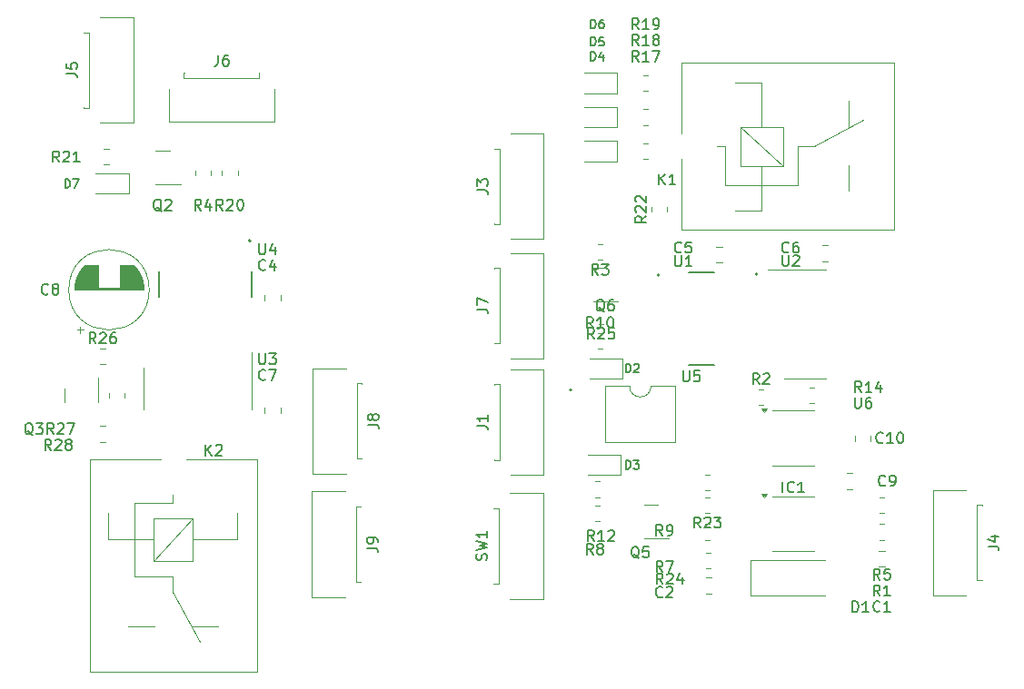
<source format=gbr>
%TF.GenerationSoftware,KiCad,Pcbnew,9.0.2*%
%TF.CreationDate,2025-09-30T17:54:07+08:00*%
%TF.ProjectId,IMD_TSMS_latch_logic,494d445f-5453-44d5-935f-6c617463685f,rev?*%
%TF.SameCoordinates,Original*%
%TF.FileFunction,Legend,Top*%
%TF.FilePolarity,Positive*%
%FSLAX46Y46*%
G04 Gerber Fmt 4.6, Leading zero omitted, Abs format (unit mm)*
G04 Created by KiCad (PCBNEW 9.0.2) date 2025-09-30 17:54:07*
%MOMM*%
%LPD*%
G01*
G04 APERTURE LIST*
%ADD10C,0.179857*%
%ADD11C,0.150000*%
%ADD12C,0.120000*%
%ADD13C,0.127000*%
%ADD14C,0.200000*%
G04 APERTURE END LIST*
D10*
X137089928Y-106070143D02*
G75*
G02*
X136910072Y-106070143I-89928J0D01*
G01*
X136910072Y-106070143D02*
G75*
G02*
X137089928Y-106070143I89928J0D01*
G01*
X154407085Y-95300000D02*
G75*
G02*
X154227229Y-95300000I-89928J0D01*
G01*
X154227229Y-95300000D02*
G75*
G02*
X154407085Y-95300000I89928J0D01*
G01*
D11*
X165838333Y-123789819D02*
X165505000Y-123313628D01*
X165266905Y-123789819D02*
X165266905Y-122789819D01*
X165266905Y-122789819D02*
X165647857Y-122789819D01*
X165647857Y-122789819D02*
X165743095Y-122837438D01*
X165743095Y-122837438D02*
X165790714Y-122885057D01*
X165790714Y-122885057D02*
X165838333Y-122980295D01*
X165838333Y-122980295D02*
X165838333Y-123123152D01*
X165838333Y-123123152D02*
X165790714Y-123218390D01*
X165790714Y-123218390D02*
X165743095Y-123266009D01*
X165743095Y-123266009D02*
X165647857Y-123313628D01*
X165647857Y-123313628D02*
X165266905Y-123313628D01*
X166743095Y-122789819D02*
X166266905Y-122789819D01*
X166266905Y-122789819D02*
X166219286Y-123266009D01*
X166219286Y-123266009D02*
X166266905Y-123218390D01*
X166266905Y-123218390D02*
X166362143Y-123170771D01*
X166362143Y-123170771D02*
X166600238Y-123170771D01*
X166600238Y-123170771D02*
X166695476Y-123218390D01*
X166695476Y-123218390D02*
X166743095Y-123266009D01*
X166743095Y-123266009D02*
X166790714Y-123361247D01*
X166790714Y-123361247D02*
X166790714Y-123599342D01*
X166790714Y-123599342D02*
X166743095Y-123694580D01*
X166743095Y-123694580D02*
X166695476Y-123742200D01*
X166695476Y-123742200D02*
X166600238Y-123789819D01*
X166600238Y-123789819D02*
X166362143Y-123789819D01*
X166362143Y-123789819D02*
X166266905Y-123742200D01*
X166266905Y-123742200D02*
X166219286Y-123694580D01*
X143357142Y-75454819D02*
X143023809Y-74978628D01*
X142785714Y-75454819D02*
X142785714Y-74454819D01*
X142785714Y-74454819D02*
X143166666Y-74454819D01*
X143166666Y-74454819D02*
X143261904Y-74502438D01*
X143261904Y-74502438D02*
X143309523Y-74550057D01*
X143309523Y-74550057D02*
X143357142Y-74645295D01*
X143357142Y-74645295D02*
X143357142Y-74788152D01*
X143357142Y-74788152D02*
X143309523Y-74883390D01*
X143309523Y-74883390D02*
X143261904Y-74931009D01*
X143261904Y-74931009D02*
X143166666Y-74978628D01*
X143166666Y-74978628D02*
X142785714Y-74978628D01*
X144309523Y-75454819D02*
X143738095Y-75454819D01*
X144023809Y-75454819D02*
X144023809Y-74454819D01*
X144023809Y-74454819D02*
X143928571Y-74597676D01*
X143928571Y-74597676D02*
X143833333Y-74692914D01*
X143833333Y-74692914D02*
X143738095Y-74740533D01*
X144642857Y-74454819D02*
X145309523Y-74454819D01*
X145309523Y-74454819D02*
X144880952Y-75454819D01*
X143404761Y-121800057D02*
X143309523Y-121752438D01*
X143309523Y-121752438D02*
X143214285Y-121657200D01*
X143214285Y-121657200D02*
X143071428Y-121514342D01*
X143071428Y-121514342D02*
X142976190Y-121466723D01*
X142976190Y-121466723D02*
X142880952Y-121466723D01*
X142928571Y-121704819D02*
X142833333Y-121657200D01*
X142833333Y-121657200D02*
X142738095Y-121561961D01*
X142738095Y-121561961D02*
X142690476Y-121371485D01*
X142690476Y-121371485D02*
X142690476Y-121038152D01*
X142690476Y-121038152D02*
X142738095Y-120847676D01*
X142738095Y-120847676D02*
X142833333Y-120752438D01*
X142833333Y-120752438D02*
X142928571Y-120704819D01*
X142928571Y-120704819D02*
X143119047Y-120704819D01*
X143119047Y-120704819D02*
X143214285Y-120752438D01*
X143214285Y-120752438D02*
X143309523Y-120847676D01*
X143309523Y-120847676D02*
X143357142Y-121038152D01*
X143357142Y-121038152D02*
X143357142Y-121371485D01*
X143357142Y-121371485D02*
X143309523Y-121561961D01*
X143309523Y-121561961D02*
X143214285Y-121657200D01*
X143214285Y-121657200D02*
X143119047Y-121704819D01*
X143119047Y-121704819D02*
X142928571Y-121704819D01*
X144261904Y-120704819D02*
X143785714Y-120704819D01*
X143785714Y-120704819D02*
X143738095Y-121181009D01*
X143738095Y-121181009D02*
X143785714Y-121133390D01*
X143785714Y-121133390D02*
X143880952Y-121085771D01*
X143880952Y-121085771D02*
X144119047Y-121085771D01*
X144119047Y-121085771D02*
X144214285Y-121133390D01*
X144214285Y-121133390D02*
X144261904Y-121181009D01*
X144261904Y-121181009D02*
X144309523Y-121276247D01*
X144309523Y-121276247D02*
X144309523Y-121514342D01*
X144309523Y-121514342D02*
X144261904Y-121609580D01*
X144261904Y-121609580D02*
X144214285Y-121657200D01*
X144214285Y-121657200D02*
X144119047Y-121704819D01*
X144119047Y-121704819D02*
X143880952Y-121704819D01*
X143880952Y-121704819D02*
X143785714Y-121657200D01*
X143785714Y-121657200D02*
X143738095Y-121609580D01*
X145261905Y-86954819D02*
X145261905Y-85954819D01*
X145833333Y-86954819D02*
X145404762Y-86383390D01*
X145833333Y-85954819D02*
X145261905Y-86526247D01*
X146785714Y-86954819D02*
X146214286Y-86954819D01*
X146500000Y-86954819D02*
X146500000Y-85954819D01*
X146500000Y-85954819D02*
X146404762Y-86097676D01*
X146404762Y-86097676D02*
X146309524Y-86192914D01*
X146309524Y-86192914D02*
X146214286Y-86240533D01*
X139107142Y-100304819D02*
X138773809Y-99828628D01*
X138535714Y-100304819D02*
X138535714Y-99304819D01*
X138535714Y-99304819D02*
X138916666Y-99304819D01*
X138916666Y-99304819D02*
X139011904Y-99352438D01*
X139011904Y-99352438D02*
X139059523Y-99400057D01*
X139059523Y-99400057D02*
X139107142Y-99495295D01*
X139107142Y-99495295D02*
X139107142Y-99638152D01*
X139107142Y-99638152D02*
X139059523Y-99733390D01*
X139059523Y-99733390D02*
X139011904Y-99781009D01*
X139011904Y-99781009D02*
X138916666Y-99828628D01*
X138916666Y-99828628D02*
X138535714Y-99828628D01*
X140059523Y-100304819D02*
X139488095Y-100304819D01*
X139773809Y-100304819D02*
X139773809Y-99304819D01*
X139773809Y-99304819D02*
X139678571Y-99447676D01*
X139678571Y-99447676D02*
X139583333Y-99542914D01*
X139583333Y-99542914D02*
X139488095Y-99590533D01*
X140678571Y-99304819D02*
X140773809Y-99304819D01*
X140773809Y-99304819D02*
X140869047Y-99352438D01*
X140869047Y-99352438D02*
X140916666Y-99400057D01*
X140916666Y-99400057D02*
X140964285Y-99495295D01*
X140964285Y-99495295D02*
X141011904Y-99685771D01*
X141011904Y-99685771D02*
X141011904Y-99923866D01*
X141011904Y-99923866D02*
X140964285Y-100114342D01*
X140964285Y-100114342D02*
X140916666Y-100209580D01*
X140916666Y-100209580D02*
X140869047Y-100257200D01*
X140869047Y-100257200D02*
X140773809Y-100304819D01*
X140773809Y-100304819D02*
X140678571Y-100304819D01*
X140678571Y-100304819D02*
X140583333Y-100257200D01*
X140583333Y-100257200D02*
X140535714Y-100209580D01*
X140535714Y-100209580D02*
X140488095Y-100114342D01*
X140488095Y-100114342D02*
X140440476Y-99923866D01*
X140440476Y-99923866D02*
X140440476Y-99685771D01*
X140440476Y-99685771D02*
X140488095Y-99495295D01*
X140488095Y-99495295D02*
X140535714Y-99400057D01*
X140535714Y-99400057D02*
X140583333Y-99352438D01*
X140583333Y-99352438D02*
X140678571Y-99304819D01*
X138909524Y-72362295D02*
X138909524Y-71562295D01*
X138909524Y-71562295D02*
X139100000Y-71562295D01*
X139100000Y-71562295D02*
X139214286Y-71600390D01*
X139214286Y-71600390D02*
X139290476Y-71676580D01*
X139290476Y-71676580D02*
X139328571Y-71752771D01*
X139328571Y-71752771D02*
X139366667Y-71905152D01*
X139366667Y-71905152D02*
X139366667Y-72019438D01*
X139366667Y-72019438D02*
X139328571Y-72171819D01*
X139328571Y-72171819D02*
X139290476Y-72248009D01*
X139290476Y-72248009D02*
X139214286Y-72324200D01*
X139214286Y-72324200D02*
X139100000Y-72362295D01*
X139100000Y-72362295D02*
X138909524Y-72362295D01*
X140052381Y-71562295D02*
X139900000Y-71562295D01*
X139900000Y-71562295D02*
X139823809Y-71600390D01*
X139823809Y-71600390D02*
X139785714Y-71638485D01*
X139785714Y-71638485D02*
X139709524Y-71752771D01*
X139709524Y-71752771D02*
X139671428Y-71905152D01*
X139671428Y-71905152D02*
X139671428Y-72209914D01*
X139671428Y-72209914D02*
X139709524Y-72286104D01*
X139709524Y-72286104D02*
X139747619Y-72324200D01*
X139747619Y-72324200D02*
X139823809Y-72362295D01*
X139823809Y-72362295D02*
X139976190Y-72362295D01*
X139976190Y-72362295D02*
X140052381Y-72324200D01*
X140052381Y-72324200D02*
X140090476Y-72286104D01*
X140090476Y-72286104D02*
X140128571Y-72209914D01*
X140128571Y-72209914D02*
X140128571Y-72019438D01*
X140128571Y-72019438D02*
X140090476Y-71943247D01*
X140090476Y-71943247D02*
X140052381Y-71905152D01*
X140052381Y-71905152D02*
X139976190Y-71867057D01*
X139976190Y-71867057D02*
X139823809Y-71867057D01*
X139823809Y-71867057D02*
X139747619Y-71905152D01*
X139747619Y-71905152D02*
X139709524Y-71943247D01*
X139709524Y-71943247D02*
X139671428Y-72019438D01*
X98904761Y-89425057D02*
X98809523Y-89377438D01*
X98809523Y-89377438D02*
X98714285Y-89282200D01*
X98714285Y-89282200D02*
X98571428Y-89139342D01*
X98571428Y-89139342D02*
X98476190Y-89091723D01*
X98476190Y-89091723D02*
X98380952Y-89091723D01*
X98428571Y-89329819D02*
X98333333Y-89282200D01*
X98333333Y-89282200D02*
X98238095Y-89186961D01*
X98238095Y-89186961D02*
X98190476Y-88996485D01*
X98190476Y-88996485D02*
X98190476Y-88663152D01*
X98190476Y-88663152D02*
X98238095Y-88472676D01*
X98238095Y-88472676D02*
X98333333Y-88377438D01*
X98333333Y-88377438D02*
X98428571Y-88329819D01*
X98428571Y-88329819D02*
X98619047Y-88329819D01*
X98619047Y-88329819D02*
X98714285Y-88377438D01*
X98714285Y-88377438D02*
X98809523Y-88472676D01*
X98809523Y-88472676D02*
X98857142Y-88663152D01*
X98857142Y-88663152D02*
X98857142Y-88996485D01*
X98857142Y-88996485D02*
X98809523Y-89186961D01*
X98809523Y-89186961D02*
X98714285Y-89282200D01*
X98714285Y-89282200D02*
X98619047Y-89329819D01*
X98619047Y-89329819D02*
X98428571Y-89329819D01*
X99238095Y-88425057D02*
X99285714Y-88377438D01*
X99285714Y-88377438D02*
X99380952Y-88329819D01*
X99380952Y-88329819D02*
X99619047Y-88329819D01*
X99619047Y-88329819D02*
X99714285Y-88377438D01*
X99714285Y-88377438D02*
X99761904Y-88425057D01*
X99761904Y-88425057D02*
X99809523Y-88520295D01*
X99809523Y-88520295D02*
X99809523Y-88615533D01*
X99809523Y-88615533D02*
X99761904Y-88758390D01*
X99761904Y-88758390D02*
X99190476Y-89329819D01*
X99190476Y-89329819D02*
X99809523Y-89329819D01*
X139186706Y-120189819D02*
X138853373Y-119713628D01*
X138615278Y-120189819D02*
X138615278Y-119189819D01*
X138615278Y-119189819D02*
X138996230Y-119189819D01*
X138996230Y-119189819D02*
X139091468Y-119237438D01*
X139091468Y-119237438D02*
X139139087Y-119285057D01*
X139139087Y-119285057D02*
X139186706Y-119380295D01*
X139186706Y-119380295D02*
X139186706Y-119523152D01*
X139186706Y-119523152D02*
X139139087Y-119618390D01*
X139139087Y-119618390D02*
X139091468Y-119666009D01*
X139091468Y-119666009D02*
X138996230Y-119713628D01*
X138996230Y-119713628D02*
X138615278Y-119713628D01*
X140139087Y-120189819D02*
X139567659Y-120189819D01*
X139853373Y-120189819D02*
X139853373Y-119189819D01*
X139853373Y-119189819D02*
X139758135Y-119332676D01*
X139758135Y-119332676D02*
X139662897Y-119427914D01*
X139662897Y-119427914D02*
X139567659Y-119475533D01*
X140520040Y-119285057D02*
X140567659Y-119237438D01*
X140567659Y-119237438D02*
X140662897Y-119189819D01*
X140662897Y-119189819D02*
X140900992Y-119189819D01*
X140900992Y-119189819D02*
X140996230Y-119237438D01*
X140996230Y-119237438D02*
X141043849Y-119285057D01*
X141043849Y-119285057D02*
X141091468Y-119380295D01*
X141091468Y-119380295D02*
X141091468Y-119475533D01*
X141091468Y-119475533D02*
X141043849Y-119618390D01*
X141043849Y-119618390D02*
X140472421Y-120189819D01*
X140472421Y-120189819D02*
X141091468Y-120189819D01*
X143357142Y-72454819D02*
X143023809Y-71978628D01*
X142785714Y-72454819D02*
X142785714Y-71454819D01*
X142785714Y-71454819D02*
X143166666Y-71454819D01*
X143166666Y-71454819D02*
X143261904Y-71502438D01*
X143261904Y-71502438D02*
X143309523Y-71550057D01*
X143309523Y-71550057D02*
X143357142Y-71645295D01*
X143357142Y-71645295D02*
X143357142Y-71788152D01*
X143357142Y-71788152D02*
X143309523Y-71883390D01*
X143309523Y-71883390D02*
X143261904Y-71931009D01*
X143261904Y-71931009D02*
X143166666Y-71978628D01*
X143166666Y-71978628D02*
X142785714Y-71978628D01*
X144309523Y-72454819D02*
X143738095Y-72454819D01*
X144023809Y-72454819D02*
X144023809Y-71454819D01*
X144023809Y-71454819D02*
X143928571Y-71597676D01*
X143928571Y-71597676D02*
X143833333Y-71692914D01*
X143833333Y-71692914D02*
X143738095Y-71740533D01*
X144785714Y-72454819D02*
X144976190Y-72454819D01*
X144976190Y-72454819D02*
X145071428Y-72407200D01*
X145071428Y-72407200D02*
X145119047Y-72359580D01*
X145119047Y-72359580D02*
X145214285Y-72216723D01*
X145214285Y-72216723D02*
X145261904Y-72026247D01*
X145261904Y-72026247D02*
X145261904Y-71645295D01*
X145261904Y-71645295D02*
X145214285Y-71550057D01*
X145214285Y-71550057D02*
X145166666Y-71502438D01*
X145166666Y-71502438D02*
X145071428Y-71454819D01*
X145071428Y-71454819D02*
X144880952Y-71454819D01*
X144880952Y-71454819D02*
X144785714Y-71502438D01*
X144785714Y-71502438D02*
X144738095Y-71550057D01*
X144738095Y-71550057D02*
X144690476Y-71645295D01*
X144690476Y-71645295D02*
X144690476Y-71883390D01*
X144690476Y-71883390D02*
X144738095Y-71978628D01*
X144738095Y-71978628D02*
X144785714Y-72026247D01*
X144785714Y-72026247D02*
X144880952Y-72073866D01*
X144880952Y-72073866D02*
X145071428Y-72073866D01*
X145071428Y-72073866D02*
X145166666Y-72026247D01*
X145166666Y-72026247D02*
X145214285Y-71978628D01*
X145214285Y-71978628D02*
X145261904Y-71883390D01*
X140154761Y-98800057D02*
X140059523Y-98752438D01*
X140059523Y-98752438D02*
X139964285Y-98657200D01*
X139964285Y-98657200D02*
X139821428Y-98514342D01*
X139821428Y-98514342D02*
X139726190Y-98466723D01*
X139726190Y-98466723D02*
X139630952Y-98466723D01*
X139678571Y-98704819D02*
X139583333Y-98657200D01*
X139583333Y-98657200D02*
X139488095Y-98561961D01*
X139488095Y-98561961D02*
X139440476Y-98371485D01*
X139440476Y-98371485D02*
X139440476Y-98038152D01*
X139440476Y-98038152D02*
X139488095Y-97847676D01*
X139488095Y-97847676D02*
X139583333Y-97752438D01*
X139583333Y-97752438D02*
X139678571Y-97704819D01*
X139678571Y-97704819D02*
X139869047Y-97704819D01*
X139869047Y-97704819D02*
X139964285Y-97752438D01*
X139964285Y-97752438D02*
X140059523Y-97847676D01*
X140059523Y-97847676D02*
X140107142Y-98038152D01*
X140107142Y-98038152D02*
X140107142Y-98371485D01*
X140107142Y-98371485D02*
X140059523Y-98561961D01*
X140059523Y-98561961D02*
X139964285Y-98657200D01*
X139964285Y-98657200D02*
X139869047Y-98704819D01*
X139869047Y-98704819D02*
X139678571Y-98704819D01*
X140964285Y-97704819D02*
X140773809Y-97704819D01*
X140773809Y-97704819D02*
X140678571Y-97752438D01*
X140678571Y-97752438D02*
X140630952Y-97800057D01*
X140630952Y-97800057D02*
X140535714Y-97942914D01*
X140535714Y-97942914D02*
X140488095Y-98133390D01*
X140488095Y-98133390D02*
X140488095Y-98514342D01*
X140488095Y-98514342D02*
X140535714Y-98609580D01*
X140535714Y-98609580D02*
X140583333Y-98657200D01*
X140583333Y-98657200D02*
X140678571Y-98704819D01*
X140678571Y-98704819D02*
X140869047Y-98704819D01*
X140869047Y-98704819D02*
X140964285Y-98657200D01*
X140964285Y-98657200D02*
X141011904Y-98609580D01*
X141011904Y-98609580D02*
X141059523Y-98514342D01*
X141059523Y-98514342D02*
X141059523Y-98276247D01*
X141059523Y-98276247D02*
X141011904Y-98181009D01*
X141011904Y-98181009D02*
X140964285Y-98133390D01*
X140964285Y-98133390D02*
X140869047Y-98085771D01*
X140869047Y-98085771D02*
X140678571Y-98085771D01*
X140678571Y-98085771D02*
X140583333Y-98133390D01*
X140583333Y-98133390D02*
X140535714Y-98181009D01*
X140535714Y-98181009D02*
X140488095Y-98276247D01*
X107988095Y-92454819D02*
X107988095Y-93264342D01*
X107988095Y-93264342D02*
X108035714Y-93359580D01*
X108035714Y-93359580D02*
X108083333Y-93407200D01*
X108083333Y-93407200D02*
X108178571Y-93454819D01*
X108178571Y-93454819D02*
X108369047Y-93454819D01*
X108369047Y-93454819D02*
X108464285Y-93407200D01*
X108464285Y-93407200D02*
X108511904Y-93359580D01*
X108511904Y-93359580D02*
X108559523Y-93264342D01*
X108559523Y-93264342D02*
X108559523Y-92454819D01*
X109464285Y-92788152D02*
X109464285Y-93454819D01*
X109226190Y-92407200D02*
X108988095Y-93121485D01*
X108988095Y-93121485D02*
X109607142Y-93121485D01*
X157338333Y-93209580D02*
X157290714Y-93257200D01*
X157290714Y-93257200D02*
X157147857Y-93304819D01*
X157147857Y-93304819D02*
X157052619Y-93304819D01*
X157052619Y-93304819D02*
X156909762Y-93257200D01*
X156909762Y-93257200D02*
X156814524Y-93161961D01*
X156814524Y-93161961D02*
X156766905Y-93066723D01*
X156766905Y-93066723D02*
X156719286Y-92876247D01*
X156719286Y-92876247D02*
X156719286Y-92733390D01*
X156719286Y-92733390D02*
X156766905Y-92542914D01*
X156766905Y-92542914D02*
X156814524Y-92447676D01*
X156814524Y-92447676D02*
X156909762Y-92352438D01*
X156909762Y-92352438D02*
X157052619Y-92304819D01*
X157052619Y-92304819D02*
X157147857Y-92304819D01*
X157147857Y-92304819D02*
X157290714Y-92352438D01*
X157290714Y-92352438D02*
X157338333Y-92400057D01*
X158195476Y-92304819D02*
X158005000Y-92304819D01*
X158005000Y-92304819D02*
X157909762Y-92352438D01*
X157909762Y-92352438D02*
X157862143Y-92400057D01*
X157862143Y-92400057D02*
X157766905Y-92542914D01*
X157766905Y-92542914D02*
X157719286Y-92733390D01*
X157719286Y-92733390D02*
X157719286Y-93114342D01*
X157719286Y-93114342D02*
X157766905Y-93209580D01*
X157766905Y-93209580D02*
X157814524Y-93257200D01*
X157814524Y-93257200D02*
X157909762Y-93304819D01*
X157909762Y-93304819D02*
X158100238Y-93304819D01*
X158100238Y-93304819D02*
X158195476Y-93257200D01*
X158195476Y-93257200D02*
X158243095Y-93209580D01*
X158243095Y-93209580D02*
X158290714Y-93114342D01*
X158290714Y-93114342D02*
X158290714Y-92876247D01*
X158290714Y-92876247D02*
X158243095Y-92781009D01*
X158243095Y-92781009D02*
X158195476Y-92733390D01*
X158195476Y-92733390D02*
X158100238Y-92685771D01*
X158100238Y-92685771D02*
X157909762Y-92685771D01*
X157909762Y-92685771D02*
X157814524Y-92733390D01*
X157814524Y-92733390D02*
X157766905Y-92781009D01*
X157766905Y-92781009D02*
X157719286Y-92876247D01*
X165838333Y-125304819D02*
X165505000Y-124828628D01*
X165266905Y-125304819D02*
X165266905Y-124304819D01*
X165266905Y-124304819D02*
X165647857Y-124304819D01*
X165647857Y-124304819D02*
X165743095Y-124352438D01*
X165743095Y-124352438D02*
X165790714Y-124400057D01*
X165790714Y-124400057D02*
X165838333Y-124495295D01*
X165838333Y-124495295D02*
X165838333Y-124638152D01*
X165838333Y-124638152D02*
X165790714Y-124733390D01*
X165790714Y-124733390D02*
X165743095Y-124781009D01*
X165743095Y-124781009D02*
X165647857Y-124828628D01*
X165647857Y-124828628D02*
X165266905Y-124828628D01*
X166790714Y-125304819D02*
X166219286Y-125304819D01*
X166505000Y-125304819D02*
X166505000Y-124304819D01*
X166505000Y-124304819D02*
X166409762Y-124447676D01*
X166409762Y-124447676D02*
X166314524Y-124542914D01*
X166314524Y-124542914D02*
X166219286Y-124590533D01*
X118124819Y-109333333D02*
X118839104Y-109333333D01*
X118839104Y-109333333D02*
X118981961Y-109380952D01*
X118981961Y-109380952D02*
X119077200Y-109476190D01*
X119077200Y-109476190D02*
X119124819Y-109619047D01*
X119124819Y-109619047D02*
X119124819Y-109714285D01*
X118553390Y-108714285D02*
X118505771Y-108809523D01*
X118505771Y-108809523D02*
X118458152Y-108857142D01*
X118458152Y-108857142D02*
X118362914Y-108904761D01*
X118362914Y-108904761D02*
X118315295Y-108904761D01*
X118315295Y-108904761D02*
X118220057Y-108857142D01*
X118220057Y-108857142D02*
X118172438Y-108809523D01*
X118172438Y-108809523D02*
X118124819Y-108714285D01*
X118124819Y-108714285D02*
X118124819Y-108523809D01*
X118124819Y-108523809D02*
X118172438Y-108428571D01*
X118172438Y-108428571D02*
X118220057Y-108380952D01*
X118220057Y-108380952D02*
X118315295Y-108333333D01*
X118315295Y-108333333D02*
X118362914Y-108333333D01*
X118362914Y-108333333D02*
X118458152Y-108380952D01*
X118458152Y-108380952D02*
X118505771Y-108428571D01*
X118505771Y-108428571D02*
X118553390Y-108523809D01*
X118553390Y-108523809D02*
X118553390Y-108714285D01*
X118553390Y-108714285D02*
X118601009Y-108809523D01*
X118601009Y-108809523D02*
X118648628Y-108857142D01*
X118648628Y-108857142D02*
X118743866Y-108904761D01*
X118743866Y-108904761D02*
X118934342Y-108904761D01*
X118934342Y-108904761D02*
X119029580Y-108857142D01*
X119029580Y-108857142D02*
X119077200Y-108809523D01*
X119077200Y-108809523D02*
X119124819Y-108714285D01*
X119124819Y-108714285D02*
X119124819Y-108523809D01*
X119124819Y-108523809D02*
X119077200Y-108428571D01*
X119077200Y-108428571D02*
X119029580Y-108380952D01*
X119029580Y-108380952D02*
X118934342Y-108333333D01*
X118934342Y-108333333D02*
X118743866Y-108333333D01*
X118743866Y-108333333D02*
X118648628Y-108380952D01*
X118648628Y-108380952D02*
X118601009Y-108428571D01*
X118601009Y-108428571D02*
X118553390Y-108523809D01*
X149112142Y-118954819D02*
X148778809Y-118478628D01*
X148540714Y-118954819D02*
X148540714Y-117954819D01*
X148540714Y-117954819D02*
X148921666Y-117954819D01*
X148921666Y-117954819D02*
X149016904Y-118002438D01*
X149016904Y-118002438D02*
X149064523Y-118050057D01*
X149064523Y-118050057D02*
X149112142Y-118145295D01*
X149112142Y-118145295D02*
X149112142Y-118288152D01*
X149112142Y-118288152D02*
X149064523Y-118383390D01*
X149064523Y-118383390D02*
X149016904Y-118431009D01*
X149016904Y-118431009D02*
X148921666Y-118478628D01*
X148921666Y-118478628D02*
X148540714Y-118478628D01*
X149493095Y-118050057D02*
X149540714Y-118002438D01*
X149540714Y-118002438D02*
X149635952Y-117954819D01*
X149635952Y-117954819D02*
X149874047Y-117954819D01*
X149874047Y-117954819D02*
X149969285Y-118002438D01*
X149969285Y-118002438D02*
X150016904Y-118050057D01*
X150016904Y-118050057D02*
X150064523Y-118145295D01*
X150064523Y-118145295D02*
X150064523Y-118240533D01*
X150064523Y-118240533D02*
X150016904Y-118383390D01*
X150016904Y-118383390D02*
X149445476Y-118954819D01*
X149445476Y-118954819D02*
X150064523Y-118954819D01*
X150397857Y-117954819D02*
X151016904Y-117954819D01*
X151016904Y-117954819D02*
X150683571Y-118335771D01*
X150683571Y-118335771D02*
X150826428Y-118335771D01*
X150826428Y-118335771D02*
X150921666Y-118383390D01*
X150921666Y-118383390D02*
X150969285Y-118431009D01*
X150969285Y-118431009D02*
X151016904Y-118526247D01*
X151016904Y-118526247D02*
X151016904Y-118764342D01*
X151016904Y-118764342D02*
X150969285Y-118859580D01*
X150969285Y-118859580D02*
X150921666Y-118907200D01*
X150921666Y-118907200D02*
X150826428Y-118954819D01*
X150826428Y-118954819D02*
X150540714Y-118954819D01*
X150540714Y-118954819D02*
X150445476Y-118907200D01*
X150445476Y-118907200D02*
X150397857Y-118859580D01*
X104607142Y-89329819D02*
X104273809Y-88853628D01*
X104035714Y-89329819D02*
X104035714Y-88329819D01*
X104035714Y-88329819D02*
X104416666Y-88329819D01*
X104416666Y-88329819D02*
X104511904Y-88377438D01*
X104511904Y-88377438D02*
X104559523Y-88425057D01*
X104559523Y-88425057D02*
X104607142Y-88520295D01*
X104607142Y-88520295D02*
X104607142Y-88663152D01*
X104607142Y-88663152D02*
X104559523Y-88758390D01*
X104559523Y-88758390D02*
X104511904Y-88806009D01*
X104511904Y-88806009D02*
X104416666Y-88853628D01*
X104416666Y-88853628D02*
X104035714Y-88853628D01*
X104988095Y-88425057D02*
X105035714Y-88377438D01*
X105035714Y-88377438D02*
X105130952Y-88329819D01*
X105130952Y-88329819D02*
X105369047Y-88329819D01*
X105369047Y-88329819D02*
X105464285Y-88377438D01*
X105464285Y-88377438D02*
X105511904Y-88425057D01*
X105511904Y-88425057D02*
X105559523Y-88520295D01*
X105559523Y-88520295D02*
X105559523Y-88615533D01*
X105559523Y-88615533D02*
X105511904Y-88758390D01*
X105511904Y-88758390D02*
X104940476Y-89329819D01*
X104940476Y-89329819D02*
X105559523Y-89329819D01*
X106178571Y-88329819D02*
X106273809Y-88329819D01*
X106273809Y-88329819D02*
X106369047Y-88377438D01*
X106369047Y-88377438D02*
X106416666Y-88425057D01*
X106416666Y-88425057D02*
X106464285Y-88520295D01*
X106464285Y-88520295D02*
X106511904Y-88710771D01*
X106511904Y-88710771D02*
X106511904Y-88948866D01*
X106511904Y-88948866D02*
X106464285Y-89139342D01*
X106464285Y-89139342D02*
X106416666Y-89234580D01*
X106416666Y-89234580D02*
X106369047Y-89282200D01*
X106369047Y-89282200D02*
X106273809Y-89329819D01*
X106273809Y-89329819D02*
X106178571Y-89329819D01*
X106178571Y-89329819D02*
X106083333Y-89282200D01*
X106083333Y-89282200D02*
X106035714Y-89234580D01*
X106035714Y-89234580D02*
X105988095Y-89139342D01*
X105988095Y-89139342D02*
X105940476Y-88948866D01*
X105940476Y-88948866D02*
X105940476Y-88710771D01*
X105940476Y-88710771D02*
X105988095Y-88520295D01*
X105988095Y-88520295D02*
X106035714Y-88425057D01*
X106035714Y-88425057D02*
X106083333Y-88377438D01*
X106083333Y-88377438D02*
X106178571Y-88329819D01*
X128284819Y-98583333D02*
X128999104Y-98583333D01*
X128999104Y-98583333D02*
X129141961Y-98630952D01*
X129141961Y-98630952D02*
X129237200Y-98726190D01*
X129237200Y-98726190D02*
X129284819Y-98869047D01*
X129284819Y-98869047D02*
X129284819Y-98964285D01*
X128284819Y-98202380D02*
X128284819Y-97535714D01*
X128284819Y-97535714D02*
X129284819Y-97964285D01*
X163493095Y-106789819D02*
X163493095Y-107599342D01*
X163493095Y-107599342D02*
X163540714Y-107694580D01*
X163540714Y-107694580D02*
X163588333Y-107742200D01*
X163588333Y-107742200D02*
X163683571Y-107789819D01*
X163683571Y-107789819D02*
X163874047Y-107789819D01*
X163874047Y-107789819D02*
X163969285Y-107742200D01*
X163969285Y-107742200D02*
X164016904Y-107694580D01*
X164016904Y-107694580D02*
X164064523Y-107599342D01*
X164064523Y-107599342D02*
X164064523Y-106789819D01*
X164969285Y-106789819D02*
X164778809Y-106789819D01*
X164778809Y-106789819D02*
X164683571Y-106837438D01*
X164683571Y-106837438D02*
X164635952Y-106885057D01*
X164635952Y-106885057D02*
X164540714Y-107027914D01*
X164540714Y-107027914D02*
X164493095Y-107218390D01*
X164493095Y-107218390D02*
X164493095Y-107599342D01*
X164493095Y-107599342D02*
X164540714Y-107694580D01*
X164540714Y-107694580D02*
X164588333Y-107742200D01*
X164588333Y-107742200D02*
X164683571Y-107789819D01*
X164683571Y-107789819D02*
X164874047Y-107789819D01*
X164874047Y-107789819D02*
X164969285Y-107742200D01*
X164969285Y-107742200D02*
X165016904Y-107694580D01*
X165016904Y-107694580D02*
X165064523Y-107599342D01*
X165064523Y-107599342D02*
X165064523Y-107361247D01*
X165064523Y-107361247D02*
X165016904Y-107266009D01*
X165016904Y-107266009D02*
X164969285Y-107218390D01*
X164969285Y-107218390D02*
X164874047Y-107170771D01*
X164874047Y-107170771D02*
X164683571Y-107170771D01*
X164683571Y-107170771D02*
X164588333Y-107218390D01*
X164588333Y-107218390D02*
X164540714Y-107266009D01*
X164540714Y-107266009D02*
X164493095Y-107361247D01*
X88333333Y-97109580D02*
X88285714Y-97157200D01*
X88285714Y-97157200D02*
X88142857Y-97204819D01*
X88142857Y-97204819D02*
X88047619Y-97204819D01*
X88047619Y-97204819D02*
X87904762Y-97157200D01*
X87904762Y-97157200D02*
X87809524Y-97061961D01*
X87809524Y-97061961D02*
X87761905Y-96966723D01*
X87761905Y-96966723D02*
X87714286Y-96776247D01*
X87714286Y-96776247D02*
X87714286Y-96633390D01*
X87714286Y-96633390D02*
X87761905Y-96442914D01*
X87761905Y-96442914D02*
X87809524Y-96347676D01*
X87809524Y-96347676D02*
X87904762Y-96252438D01*
X87904762Y-96252438D02*
X88047619Y-96204819D01*
X88047619Y-96204819D02*
X88142857Y-96204819D01*
X88142857Y-96204819D02*
X88285714Y-96252438D01*
X88285714Y-96252438D02*
X88333333Y-96300057D01*
X88904762Y-96633390D02*
X88809524Y-96585771D01*
X88809524Y-96585771D02*
X88761905Y-96538152D01*
X88761905Y-96538152D02*
X88714286Y-96442914D01*
X88714286Y-96442914D02*
X88714286Y-96395295D01*
X88714286Y-96395295D02*
X88761905Y-96300057D01*
X88761905Y-96300057D02*
X88809524Y-96252438D01*
X88809524Y-96252438D02*
X88904762Y-96204819D01*
X88904762Y-96204819D02*
X89095238Y-96204819D01*
X89095238Y-96204819D02*
X89190476Y-96252438D01*
X89190476Y-96252438D02*
X89238095Y-96300057D01*
X89238095Y-96300057D02*
X89285714Y-96395295D01*
X89285714Y-96395295D02*
X89285714Y-96442914D01*
X89285714Y-96442914D02*
X89238095Y-96538152D01*
X89238095Y-96538152D02*
X89190476Y-96585771D01*
X89190476Y-96585771D02*
X89095238Y-96633390D01*
X89095238Y-96633390D02*
X88904762Y-96633390D01*
X88904762Y-96633390D02*
X88809524Y-96681009D01*
X88809524Y-96681009D02*
X88761905Y-96728628D01*
X88761905Y-96728628D02*
X88714286Y-96823866D01*
X88714286Y-96823866D02*
X88714286Y-97014342D01*
X88714286Y-97014342D02*
X88761905Y-97109580D01*
X88761905Y-97109580D02*
X88809524Y-97157200D01*
X88809524Y-97157200D02*
X88904762Y-97204819D01*
X88904762Y-97204819D02*
X89095238Y-97204819D01*
X89095238Y-97204819D02*
X89190476Y-97157200D01*
X89190476Y-97157200D02*
X89238095Y-97109580D01*
X89238095Y-97109580D02*
X89285714Y-97014342D01*
X89285714Y-97014342D02*
X89285714Y-96823866D01*
X89285714Y-96823866D02*
X89238095Y-96728628D01*
X89238095Y-96728628D02*
X89190476Y-96681009D01*
X89190476Y-96681009D02*
X89095238Y-96633390D01*
X144054819Y-89892857D02*
X143578628Y-90226190D01*
X144054819Y-90464285D02*
X143054819Y-90464285D01*
X143054819Y-90464285D02*
X143054819Y-90083333D01*
X143054819Y-90083333D02*
X143102438Y-89988095D01*
X143102438Y-89988095D02*
X143150057Y-89940476D01*
X143150057Y-89940476D02*
X143245295Y-89892857D01*
X143245295Y-89892857D02*
X143388152Y-89892857D01*
X143388152Y-89892857D02*
X143483390Y-89940476D01*
X143483390Y-89940476D02*
X143531009Y-89988095D01*
X143531009Y-89988095D02*
X143578628Y-90083333D01*
X143578628Y-90083333D02*
X143578628Y-90464285D01*
X143150057Y-89511904D02*
X143102438Y-89464285D01*
X143102438Y-89464285D02*
X143054819Y-89369047D01*
X143054819Y-89369047D02*
X143054819Y-89130952D01*
X143054819Y-89130952D02*
X143102438Y-89035714D01*
X143102438Y-89035714D02*
X143150057Y-88988095D01*
X143150057Y-88988095D02*
X143245295Y-88940476D01*
X143245295Y-88940476D02*
X143340533Y-88940476D01*
X143340533Y-88940476D02*
X143483390Y-88988095D01*
X143483390Y-88988095D02*
X144054819Y-89559523D01*
X144054819Y-89559523D02*
X144054819Y-88940476D01*
X143150057Y-88559523D02*
X143102438Y-88511904D01*
X143102438Y-88511904D02*
X143054819Y-88416666D01*
X143054819Y-88416666D02*
X143054819Y-88178571D01*
X143054819Y-88178571D02*
X143102438Y-88083333D01*
X143102438Y-88083333D02*
X143150057Y-88035714D01*
X143150057Y-88035714D02*
X143245295Y-87988095D01*
X143245295Y-87988095D02*
X143340533Y-87988095D01*
X143340533Y-87988095D02*
X143483390Y-88035714D01*
X143483390Y-88035714D02*
X144054819Y-88607142D01*
X144054819Y-88607142D02*
X144054819Y-87988095D01*
X139583333Y-95354819D02*
X139250000Y-94878628D01*
X139011905Y-95354819D02*
X139011905Y-94354819D01*
X139011905Y-94354819D02*
X139392857Y-94354819D01*
X139392857Y-94354819D02*
X139488095Y-94402438D01*
X139488095Y-94402438D02*
X139535714Y-94450057D01*
X139535714Y-94450057D02*
X139583333Y-94545295D01*
X139583333Y-94545295D02*
X139583333Y-94688152D01*
X139583333Y-94688152D02*
X139535714Y-94783390D01*
X139535714Y-94783390D02*
X139488095Y-94831009D01*
X139488095Y-94831009D02*
X139392857Y-94878628D01*
X139392857Y-94878628D02*
X139011905Y-94878628D01*
X139916667Y-94354819D02*
X140535714Y-94354819D01*
X140535714Y-94354819D02*
X140202381Y-94735771D01*
X140202381Y-94735771D02*
X140345238Y-94735771D01*
X140345238Y-94735771D02*
X140440476Y-94783390D01*
X140440476Y-94783390D02*
X140488095Y-94831009D01*
X140488095Y-94831009D02*
X140535714Y-94926247D01*
X140535714Y-94926247D02*
X140535714Y-95164342D01*
X140535714Y-95164342D02*
X140488095Y-95259580D01*
X140488095Y-95259580D02*
X140440476Y-95307200D01*
X140440476Y-95307200D02*
X140345238Y-95354819D01*
X140345238Y-95354819D02*
X140059524Y-95354819D01*
X140059524Y-95354819D02*
X139964286Y-95307200D01*
X139964286Y-95307200D02*
X139916667Y-95259580D01*
X129174700Y-121965832D02*
X129222319Y-121822975D01*
X129222319Y-121822975D02*
X129222319Y-121584880D01*
X129222319Y-121584880D02*
X129174700Y-121489642D01*
X129174700Y-121489642D02*
X129127080Y-121442023D01*
X129127080Y-121442023D02*
X129031842Y-121394404D01*
X129031842Y-121394404D02*
X128936604Y-121394404D01*
X128936604Y-121394404D02*
X128841366Y-121442023D01*
X128841366Y-121442023D02*
X128793747Y-121489642D01*
X128793747Y-121489642D02*
X128746128Y-121584880D01*
X128746128Y-121584880D02*
X128698509Y-121775356D01*
X128698509Y-121775356D02*
X128650890Y-121870594D01*
X128650890Y-121870594D02*
X128603271Y-121918213D01*
X128603271Y-121918213D02*
X128508033Y-121965832D01*
X128508033Y-121965832D02*
X128412795Y-121965832D01*
X128412795Y-121965832D02*
X128317557Y-121918213D01*
X128317557Y-121918213D02*
X128269938Y-121870594D01*
X128269938Y-121870594D02*
X128222319Y-121775356D01*
X128222319Y-121775356D02*
X128222319Y-121537261D01*
X128222319Y-121537261D02*
X128269938Y-121394404D01*
X128222319Y-121061070D02*
X129222319Y-120822975D01*
X129222319Y-120822975D02*
X128508033Y-120632499D01*
X128508033Y-120632499D02*
X129222319Y-120442023D01*
X129222319Y-120442023D02*
X128222319Y-120203928D01*
X129222319Y-119299166D02*
X129222319Y-119870594D01*
X129222319Y-119584880D02*
X128222319Y-119584880D01*
X128222319Y-119584880D02*
X128365176Y-119680118D01*
X128365176Y-119680118D02*
X128460414Y-119775356D01*
X128460414Y-119775356D02*
X128508033Y-119870594D01*
X104166666Y-74869819D02*
X104166666Y-75584104D01*
X104166666Y-75584104D02*
X104119047Y-75726961D01*
X104119047Y-75726961D02*
X104023809Y-75822200D01*
X104023809Y-75822200D02*
X103880952Y-75869819D01*
X103880952Y-75869819D02*
X103785714Y-75869819D01*
X105071428Y-74869819D02*
X104880952Y-74869819D01*
X104880952Y-74869819D02*
X104785714Y-74917438D01*
X104785714Y-74917438D02*
X104738095Y-74965057D01*
X104738095Y-74965057D02*
X104642857Y-75107914D01*
X104642857Y-75107914D02*
X104595238Y-75298390D01*
X104595238Y-75298390D02*
X104595238Y-75679342D01*
X104595238Y-75679342D02*
X104642857Y-75774580D01*
X104642857Y-75774580D02*
X104690476Y-75822200D01*
X104690476Y-75822200D02*
X104785714Y-75869819D01*
X104785714Y-75869819D02*
X104976190Y-75869819D01*
X104976190Y-75869819D02*
X105071428Y-75822200D01*
X105071428Y-75822200D02*
X105119047Y-75774580D01*
X105119047Y-75774580D02*
X105166666Y-75679342D01*
X105166666Y-75679342D02*
X105166666Y-75441247D01*
X105166666Y-75441247D02*
X105119047Y-75346009D01*
X105119047Y-75346009D02*
X105071428Y-75298390D01*
X105071428Y-75298390D02*
X104976190Y-75250771D01*
X104976190Y-75250771D02*
X104785714Y-75250771D01*
X104785714Y-75250771D02*
X104690476Y-75298390D01*
X104690476Y-75298390D02*
X104642857Y-75346009D01*
X104642857Y-75346009D02*
X104595238Y-75441247D01*
X147493095Y-104304819D02*
X147493095Y-105114342D01*
X147493095Y-105114342D02*
X147540714Y-105209580D01*
X147540714Y-105209580D02*
X147588333Y-105257200D01*
X147588333Y-105257200D02*
X147683571Y-105304819D01*
X147683571Y-105304819D02*
X147874047Y-105304819D01*
X147874047Y-105304819D02*
X147969285Y-105257200D01*
X147969285Y-105257200D02*
X148016904Y-105209580D01*
X148016904Y-105209580D02*
X148064523Y-105114342D01*
X148064523Y-105114342D02*
X148064523Y-104304819D01*
X149016904Y-104304819D02*
X148540714Y-104304819D01*
X148540714Y-104304819D02*
X148493095Y-104781009D01*
X148493095Y-104781009D02*
X148540714Y-104733390D01*
X148540714Y-104733390D02*
X148635952Y-104685771D01*
X148635952Y-104685771D02*
X148874047Y-104685771D01*
X148874047Y-104685771D02*
X148969285Y-104733390D01*
X148969285Y-104733390D02*
X149016904Y-104781009D01*
X149016904Y-104781009D02*
X149064523Y-104876247D01*
X149064523Y-104876247D02*
X149064523Y-105114342D01*
X149064523Y-105114342D02*
X149016904Y-105209580D01*
X149016904Y-105209580D02*
X148969285Y-105257200D01*
X148969285Y-105257200D02*
X148874047Y-105304819D01*
X148874047Y-105304819D02*
X148635952Y-105304819D01*
X148635952Y-105304819D02*
X148540714Y-105257200D01*
X148540714Y-105257200D02*
X148493095Y-105209580D01*
X128289819Y-87433333D02*
X129004104Y-87433333D01*
X129004104Y-87433333D02*
X129146961Y-87480952D01*
X129146961Y-87480952D02*
X129242200Y-87576190D01*
X129242200Y-87576190D02*
X129289819Y-87719047D01*
X129289819Y-87719047D02*
X129289819Y-87814285D01*
X128289819Y-87052380D02*
X128289819Y-86433333D01*
X128289819Y-86433333D02*
X128670771Y-86766666D01*
X128670771Y-86766666D02*
X128670771Y-86623809D01*
X128670771Y-86623809D02*
X128718390Y-86528571D01*
X128718390Y-86528571D02*
X128766009Y-86480952D01*
X128766009Y-86480952D02*
X128861247Y-86433333D01*
X128861247Y-86433333D02*
X129099342Y-86433333D01*
X129099342Y-86433333D02*
X129194580Y-86480952D01*
X129194580Y-86480952D02*
X129242200Y-86528571D01*
X129242200Y-86528571D02*
X129289819Y-86623809D01*
X129289819Y-86623809D02*
X129289819Y-86909523D01*
X129289819Y-86909523D02*
X129242200Y-87004761D01*
X129242200Y-87004761D02*
X129194580Y-87052380D01*
X92772142Y-101749819D02*
X92438809Y-101273628D01*
X92200714Y-101749819D02*
X92200714Y-100749819D01*
X92200714Y-100749819D02*
X92581666Y-100749819D01*
X92581666Y-100749819D02*
X92676904Y-100797438D01*
X92676904Y-100797438D02*
X92724523Y-100845057D01*
X92724523Y-100845057D02*
X92772142Y-100940295D01*
X92772142Y-100940295D02*
X92772142Y-101083152D01*
X92772142Y-101083152D02*
X92724523Y-101178390D01*
X92724523Y-101178390D02*
X92676904Y-101226009D01*
X92676904Y-101226009D02*
X92581666Y-101273628D01*
X92581666Y-101273628D02*
X92200714Y-101273628D01*
X93153095Y-100845057D02*
X93200714Y-100797438D01*
X93200714Y-100797438D02*
X93295952Y-100749819D01*
X93295952Y-100749819D02*
X93534047Y-100749819D01*
X93534047Y-100749819D02*
X93629285Y-100797438D01*
X93629285Y-100797438D02*
X93676904Y-100845057D01*
X93676904Y-100845057D02*
X93724523Y-100940295D01*
X93724523Y-100940295D02*
X93724523Y-101035533D01*
X93724523Y-101035533D02*
X93676904Y-101178390D01*
X93676904Y-101178390D02*
X93105476Y-101749819D01*
X93105476Y-101749819D02*
X93724523Y-101749819D01*
X94581666Y-100749819D02*
X94391190Y-100749819D01*
X94391190Y-100749819D02*
X94295952Y-100797438D01*
X94295952Y-100797438D02*
X94248333Y-100845057D01*
X94248333Y-100845057D02*
X94153095Y-100987914D01*
X94153095Y-100987914D02*
X94105476Y-101178390D01*
X94105476Y-101178390D02*
X94105476Y-101559342D01*
X94105476Y-101559342D02*
X94153095Y-101654580D01*
X94153095Y-101654580D02*
X94200714Y-101702200D01*
X94200714Y-101702200D02*
X94295952Y-101749819D01*
X94295952Y-101749819D02*
X94486428Y-101749819D01*
X94486428Y-101749819D02*
X94581666Y-101702200D01*
X94581666Y-101702200D02*
X94629285Y-101654580D01*
X94629285Y-101654580D02*
X94676904Y-101559342D01*
X94676904Y-101559342D02*
X94676904Y-101321247D01*
X94676904Y-101321247D02*
X94629285Y-101226009D01*
X94629285Y-101226009D02*
X94581666Y-101178390D01*
X94581666Y-101178390D02*
X94486428Y-101130771D01*
X94486428Y-101130771D02*
X94295952Y-101130771D01*
X94295952Y-101130771D02*
X94200714Y-101178390D01*
X94200714Y-101178390D02*
X94153095Y-101226009D01*
X94153095Y-101226009D02*
X94105476Y-101321247D01*
X118039819Y-120833333D02*
X118754104Y-120833333D01*
X118754104Y-120833333D02*
X118896961Y-120880952D01*
X118896961Y-120880952D02*
X118992200Y-120976190D01*
X118992200Y-120976190D02*
X119039819Y-121119047D01*
X119039819Y-121119047D02*
X119039819Y-121214285D01*
X119039819Y-120309523D02*
X119039819Y-120119047D01*
X119039819Y-120119047D02*
X118992200Y-120023809D01*
X118992200Y-120023809D02*
X118944580Y-119976190D01*
X118944580Y-119976190D02*
X118801723Y-119880952D01*
X118801723Y-119880952D02*
X118611247Y-119833333D01*
X118611247Y-119833333D02*
X118230295Y-119833333D01*
X118230295Y-119833333D02*
X118135057Y-119880952D01*
X118135057Y-119880952D02*
X118087438Y-119928571D01*
X118087438Y-119928571D02*
X118039819Y-120023809D01*
X118039819Y-120023809D02*
X118039819Y-120214285D01*
X118039819Y-120214285D02*
X118087438Y-120309523D01*
X118087438Y-120309523D02*
X118135057Y-120357142D01*
X118135057Y-120357142D02*
X118230295Y-120404761D01*
X118230295Y-120404761D02*
X118468390Y-120404761D01*
X118468390Y-120404761D02*
X118563628Y-120357142D01*
X118563628Y-120357142D02*
X118611247Y-120309523D01*
X118611247Y-120309523D02*
X118658866Y-120214285D01*
X118658866Y-120214285D02*
X118658866Y-120023809D01*
X118658866Y-120023809D02*
X118611247Y-119928571D01*
X118611247Y-119928571D02*
X118563628Y-119880952D01*
X118563628Y-119880952D02*
X118468390Y-119833333D01*
X147338333Y-93209580D02*
X147290714Y-93257200D01*
X147290714Y-93257200D02*
X147147857Y-93304819D01*
X147147857Y-93304819D02*
X147052619Y-93304819D01*
X147052619Y-93304819D02*
X146909762Y-93257200D01*
X146909762Y-93257200D02*
X146814524Y-93161961D01*
X146814524Y-93161961D02*
X146766905Y-93066723D01*
X146766905Y-93066723D02*
X146719286Y-92876247D01*
X146719286Y-92876247D02*
X146719286Y-92733390D01*
X146719286Y-92733390D02*
X146766905Y-92542914D01*
X146766905Y-92542914D02*
X146814524Y-92447676D01*
X146814524Y-92447676D02*
X146909762Y-92352438D01*
X146909762Y-92352438D02*
X147052619Y-92304819D01*
X147052619Y-92304819D02*
X147147857Y-92304819D01*
X147147857Y-92304819D02*
X147290714Y-92352438D01*
X147290714Y-92352438D02*
X147338333Y-92400057D01*
X148243095Y-92304819D02*
X147766905Y-92304819D01*
X147766905Y-92304819D02*
X147719286Y-92781009D01*
X147719286Y-92781009D02*
X147766905Y-92733390D01*
X147766905Y-92733390D02*
X147862143Y-92685771D01*
X147862143Y-92685771D02*
X148100238Y-92685771D01*
X148100238Y-92685771D02*
X148195476Y-92733390D01*
X148195476Y-92733390D02*
X148243095Y-92781009D01*
X148243095Y-92781009D02*
X148290714Y-92876247D01*
X148290714Y-92876247D02*
X148290714Y-93114342D01*
X148290714Y-93114342D02*
X148243095Y-93209580D01*
X148243095Y-93209580D02*
X148195476Y-93257200D01*
X148195476Y-93257200D02*
X148100238Y-93304819D01*
X148100238Y-93304819D02*
X147862143Y-93304819D01*
X147862143Y-93304819D02*
X147766905Y-93257200D01*
X147766905Y-93257200D02*
X147719286Y-93209580D01*
X145588333Y-123054819D02*
X145255000Y-122578628D01*
X145016905Y-123054819D02*
X145016905Y-122054819D01*
X145016905Y-122054819D02*
X145397857Y-122054819D01*
X145397857Y-122054819D02*
X145493095Y-122102438D01*
X145493095Y-122102438D02*
X145540714Y-122150057D01*
X145540714Y-122150057D02*
X145588333Y-122245295D01*
X145588333Y-122245295D02*
X145588333Y-122388152D01*
X145588333Y-122388152D02*
X145540714Y-122483390D01*
X145540714Y-122483390D02*
X145493095Y-122531009D01*
X145493095Y-122531009D02*
X145397857Y-122578628D01*
X145397857Y-122578628D02*
X145016905Y-122578628D01*
X145921667Y-122054819D02*
X146588333Y-122054819D01*
X146588333Y-122054819D02*
X146159762Y-123054819D01*
X89357142Y-84829819D02*
X89023809Y-84353628D01*
X88785714Y-84829819D02*
X88785714Y-83829819D01*
X88785714Y-83829819D02*
X89166666Y-83829819D01*
X89166666Y-83829819D02*
X89261904Y-83877438D01*
X89261904Y-83877438D02*
X89309523Y-83925057D01*
X89309523Y-83925057D02*
X89357142Y-84020295D01*
X89357142Y-84020295D02*
X89357142Y-84163152D01*
X89357142Y-84163152D02*
X89309523Y-84258390D01*
X89309523Y-84258390D02*
X89261904Y-84306009D01*
X89261904Y-84306009D02*
X89166666Y-84353628D01*
X89166666Y-84353628D02*
X88785714Y-84353628D01*
X89738095Y-83925057D02*
X89785714Y-83877438D01*
X89785714Y-83877438D02*
X89880952Y-83829819D01*
X89880952Y-83829819D02*
X90119047Y-83829819D01*
X90119047Y-83829819D02*
X90214285Y-83877438D01*
X90214285Y-83877438D02*
X90261904Y-83925057D01*
X90261904Y-83925057D02*
X90309523Y-84020295D01*
X90309523Y-84020295D02*
X90309523Y-84115533D01*
X90309523Y-84115533D02*
X90261904Y-84258390D01*
X90261904Y-84258390D02*
X89690476Y-84829819D01*
X89690476Y-84829819D02*
X90309523Y-84829819D01*
X91261904Y-84829819D02*
X90690476Y-84829819D01*
X90976190Y-84829819D02*
X90976190Y-83829819D01*
X90976190Y-83829819D02*
X90880952Y-83972676D01*
X90880952Y-83972676D02*
X90785714Y-84067914D01*
X90785714Y-84067914D02*
X90690476Y-84115533D01*
X86904761Y-110300057D02*
X86809523Y-110252438D01*
X86809523Y-110252438D02*
X86714285Y-110157200D01*
X86714285Y-110157200D02*
X86571428Y-110014342D01*
X86571428Y-110014342D02*
X86476190Y-109966723D01*
X86476190Y-109966723D02*
X86380952Y-109966723D01*
X86428571Y-110204819D02*
X86333333Y-110157200D01*
X86333333Y-110157200D02*
X86238095Y-110061961D01*
X86238095Y-110061961D02*
X86190476Y-109871485D01*
X86190476Y-109871485D02*
X86190476Y-109538152D01*
X86190476Y-109538152D02*
X86238095Y-109347676D01*
X86238095Y-109347676D02*
X86333333Y-109252438D01*
X86333333Y-109252438D02*
X86428571Y-109204819D01*
X86428571Y-109204819D02*
X86619047Y-109204819D01*
X86619047Y-109204819D02*
X86714285Y-109252438D01*
X86714285Y-109252438D02*
X86809523Y-109347676D01*
X86809523Y-109347676D02*
X86857142Y-109538152D01*
X86857142Y-109538152D02*
X86857142Y-109871485D01*
X86857142Y-109871485D02*
X86809523Y-110061961D01*
X86809523Y-110061961D02*
X86714285Y-110157200D01*
X86714285Y-110157200D02*
X86619047Y-110204819D01*
X86619047Y-110204819D02*
X86428571Y-110204819D01*
X87190476Y-109204819D02*
X87809523Y-109204819D01*
X87809523Y-109204819D02*
X87476190Y-109585771D01*
X87476190Y-109585771D02*
X87619047Y-109585771D01*
X87619047Y-109585771D02*
X87714285Y-109633390D01*
X87714285Y-109633390D02*
X87761904Y-109681009D01*
X87761904Y-109681009D02*
X87809523Y-109776247D01*
X87809523Y-109776247D02*
X87809523Y-110014342D01*
X87809523Y-110014342D02*
X87761904Y-110109580D01*
X87761904Y-110109580D02*
X87714285Y-110157200D01*
X87714285Y-110157200D02*
X87619047Y-110204819D01*
X87619047Y-110204819D02*
X87333333Y-110204819D01*
X87333333Y-110204819D02*
X87238095Y-110157200D01*
X87238095Y-110157200D02*
X87190476Y-110109580D01*
X88857142Y-110204819D02*
X88523809Y-109728628D01*
X88285714Y-110204819D02*
X88285714Y-109204819D01*
X88285714Y-109204819D02*
X88666666Y-109204819D01*
X88666666Y-109204819D02*
X88761904Y-109252438D01*
X88761904Y-109252438D02*
X88809523Y-109300057D01*
X88809523Y-109300057D02*
X88857142Y-109395295D01*
X88857142Y-109395295D02*
X88857142Y-109538152D01*
X88857142Y-109538152D02*
X88809523Y-109633390D01*
X88809523Y-109633390D02*
X88761904Y-109681009D01*
X88761904Y-109681009D02*
X88666666Y-109728628D01*
X88666666Y-109728628D02*
X88285714Y-109728628D01*
X89238095Y-109300057D02*
X89285714Y-109252438D01*
X89285714Y-109252438D02*
X89380952Y-109204819D01*
X89380952Y-109204819D02*
X89619047Y-109204819D01*
X89619047Y-109204819D02*
X89714285Y-109252438D01*
X89714285Y-109252438D02*
X89761904Y-109300057D01*
X89761904Y-109300057D02*
X89809523Y-109395295D01*
X89809523Y-109395295D02*
X89809523Y-109490533D01*
X89809523Y-109490533D02*
X89761904Y-109633390D01*
X89761904Y-109633390D02*
X89190476Y-110204819D01*
X89190476Y-110204819D02*
X89809523Y-110204819D01*
X90142857Y-109204819D02*
X90809523Y-109204819D01*
X90809523Y-109204819D02*
X90380952Y-110204819D01*
X145583333Y-125359580D02*
X145535714Y-125407200D01*
X145535714Y-125407200D02*
X145392857Y-125454819D01*
X145392857Y-125454819D02*
X145297619Y-125454819D01*
X145297619Y-125454819D02*
X145154762Y-125407200D01*
X145154762Y-125407200D02*
X145059524Y-125311961D01*
X145059524Y-125311961D02*
X145011905Y-125216723D01*
X145011905Y-125216723D02*
X144964286Y-125026247D01*
X144964286Y-125026247D02*
X144964286Y-124883390D01*
X144964286Y-124883390D02*
X145011905Y-124692914D01*
X145011905Y-124692914D02*
X145059524Y-124597676D01*
X145059524Y-124597676D02*
X145154762Y-124502438D01*
X145154762Y-124502438D02*
X145297619Y-124454819D01*
X145297619Y-124454819D02*
X145392857Y-124454819D01*
X145392857Y-124454819D02*
X145535714Y-124502438D01*
X145535714Y-124502438D02*
X145583333Y-124550057D01*
X145964286Y-124550057D02*
X146011905Y-124502438D01*
X146011905Y-124502438D02*
X146107143Y-124454819D01*
X146107143Y-124454819D02*
X146345238Y-124454819D01*
X146345238Y-124454819D02*
X146440476Y-124502438D01*
X146440476Y-124502438D02*
X146488095Y-124550057D01*
X146488095Y-124550057D02*
X146535714Y-124645295D01*
X146535714Y-124645295D02*
X146535714Y-124740533D01*
X146535714Y-124740533D02*
X146488095Y-124883390D01*
X146488095Y-124883390D02*
X145916667Y-125454819D01*
X145916667Y-125454819D02*
X146535714Y-125454819D01*
X165838333Y-126679580D02*
X165790714Y-126727200D01*
X165790714Y-126727200D02*
X165647857Y-126774819D01*
X165647857Y-126774819D02*
X165552619Y-126774819D01*
X165552619Y-126774819D02*
X165409762Y-126727200D01*
X165409762Y-126727200D02*
X165314524Y-126631961D01*
X165314524Y-126631961D02*
X165266905Y-126536723D01*
X165266905Y-126536723D02*
X165219286Y-126346247D01*
X165219286Y-126346247D02*
X165219286Y-126203390D01*
X165219286Y-126203390D02*
X165266905Y-126012914D01*
X165266905Y-126012914D02*
X165314524Y-125917676D01*
X165314524Y-125917676D02*
X165409762Y-125822438D01*
X165409762Y-125822438D02*
X165552619Y-125774819D01*
X165552619Y-125774819D02*
X165647857Y-125774819D01*
X165647857Y-125774819D02*
X165790714Y-125822438D01*
X165790714Y-125822438D02*
X165838333Y-125870057D01*
X166790714Y-126774819D02*
X166219286Y-126774819D01*
X166505000Y-126774819D02*
X166505000Y-125774819D01*
X166505000Y-125774819D02*
X166409762Y-125917676D01*
X166409762Y-125917676D02*
X166314524Y-126012914D01*
X166314524Y-126012914D02*
X166219286Y-126060533D01*
X166338333Y-114959580D02*
X166290714Y-115007200D01*
X166290714Y-115007200D02*
X166147857Y-115054819D01*
X166147857Y-115054819D02*
X166052619Y-115054819D01*
X166052619Y-115054819D02*
X165909762Y-115007200D01*
X165909762Y-115007200D02*
X165814524Y-114911961D01*
X165814524Y-114911961D02*
X165766905Y-114816723D01*
X165766905Y-114816723D02*
X165719286Y-114626247D01*
X165719286Y-114626247D02*
X165719286Y-114483390D01*
X165719286Y-114483390D02*
X165766905Y-114292914D01*
X165766905Y-114292914D02*
X165814524Y-114197676D01*
X165814524Y-114197676D02*
X165909762Y-114102438D01*
X165909762Y-114102438D02*
X166052619Y-114054819D01*
X166052619Y-114054819D02*
X166147857Y-114054819D01*
X166147857Y-114054819D02*
X166290714Y-114102438D01*
X166290714Y-114102438D02*
X166338333Y-114150057D01*
X166814524Y-115054819D02*
X167005000Y-115054819D01*
X167005000Y-115054819D02*
X167100238Y-115007200D01*
X167100238Y-115007200D02*
X167147857Y-114959580D01*
X167147857Y-114959580D02*
X167243095Y-114816723D01*
X167243095Y-114816723D02*
X167290714Y-114626247D01*
X167290714Y-114626247D02*
X167290714Y-114245295D01*
X167290714Y-114245295D02*
X167243095Y-114150057D01*
X167243095Y-114150057D02*
X167195476Y-114102438D01*
X167195476Y-114102438D02*
X167100238Y-114054819D01*
X167100238Y-114054819D02*
X166909762Y-114054819D01*
X166909762Y-114054819D02*
X166814524Y-114102438D01*
X166814524Y-114102438D02*
X166766905Y-114150057D01*
X166766905Y-114150057D02*
X166719286Y-114245295D01*
X166719286Y-114245295D02*
X166719286Y-114483390D01*
X166719286Y-114483390D02*
X166766905Y-114578628D01*
X166766905Y-114578628D02*
X166814524Y-114626247D01*
X166814524Y-114626247D02*
X166909762Y-114673866D01*
X166909762Y-114673866D02*
X167100238Y-114673866D01*
X167100238Y-114673866D02*
X167195476Y-114626247D01*
X167195476Y-114626247D02*
X167243095Y-114578628D01*
X167243095Y-114578628D02*
X167290714Y-114483390D01*
X107988095Y-102704819D02*
X107988095Y-103514342D01*
X107988095Y-103514342D02*
X108035714Y-103609580D01*
X108035714Y-103609580D02*
X108083333Y-103657200D01*
X108083333Y-103657200D02*
X108178571Y-103704819D01*
X108178571Y-103704819D02*
X108369047Y-103704819D01*
X108369047Y-103704819D02*
X108464285Y-103657200D01*
X108464285Y-103657200D02*
X108511904Y-103609580D01*
X108511904Y-103609580D02*
X108559523Y-103514342D01*
X108559523Y-103514342D02*
X108559523Y-102704819D01*
X108940476Y-102704819D02*
X109559523Y-102704819D01*
X109559523Y-102704819D02*
X109226190Y-103085771D01*
X109226190Y-103085771D02*
X109369047Y-103085771D01*
X109369047Y-103085771D02*
X109464285Y-103133390D01*
X109464285Y-103133390D02*
X109511904Y-103181009D01*
X109511904Y-103181009D02*
X109559523Y-103276247D01*
X109559523Y-103276247D02*
X109559523Y-103514342D01*
X109559523Y-103514342D02*
X109511904Y-103609580D01*
X109511904Y-103609580D02*
X109464285Y-103657200D01*
X109464285Y-103657200D02*
X109369047Y-103704819D01*
X109369047Y-103704819D02*
X109083333Y-103704819D01*
X109083333Y-103704819D02*
X108988095Y-103657200D01*
X108988095Y-103657200D02*
X108940476Y-103609580D01*
X145607142Y-124204819D02*
X145273809Y-123728628D01*
X145035714Y-124204819D02*
X145035714Y-123204819D01*
X145035714Y-123204819D02*
X145416666Y-123204819D01*
X145416666Y-123204819D02*
X145511904Y-123252438D01*
X145511904Y-123252438D02*
X145559523Y-123300057D01*
X145559523Y-123300057D02*
X145607142Y-123395295D01*
X145607142Y-123395295D02*
X145607142Y-123538152D01*
X145607142Y-123538152D02*
X145559523Y-123633390D01*
X145559523Y-123633390D02*
X145511904Y-123681009D01*
X145511904Y-123681009D02*
X145416666Y-123728628D01*
X145416666Y-123728628D02*
X145035714Y-123728628D01*
X145988095Y-123300057D02*
X146035714Y-123252438D01*
X146035714Y-123252438D02*
X146130952Y-123204819D01*
X146130952Y-123204819D02*
X146369047Y-123204819D01*
X146369047Y-123204819D02*
X146464285Y-123252438D01*
X146464285Y-123252438D02*
X146511904Y-123300057D01*
X146511904Y-123300057D02*
X146559523Y-123395295D01*
X146559523Y-123395295D02*
X146559523Y-123490533D01*
X146559523Y-123490533D02*
X146511904Y-123633390D01*
X146511904Y-123633390D02*
X145940476Y-124204819D01*
X145940476Y-124204819D02*
X146559523Y-124204819D01*
X147416666Y-123538152D02*
X147416666Y-124204819D01*
X147178571Y-123157200D02*
X146940476Y-123871485D01*
X146940476Y-123871485D02*
X147559523Y-123871485D01*
X175919819Y-120683333D02*
X176634104Y-120683333D01*
X176634104Y-120683333D02*
X176776961Y-120730952D01*
X176776961Y-120730952D02*
X176872200Y-120826190D01*
X176872200Y-120826190D02*
X176919819Y-120969047D01*
X176919819Y-120969047D02*
X176919819Y-121064285D01*
X176253152Y-119778571D02*
X176919819Y-119778571D01*
X175872200Y-120016666D02*
X176586485Y-120254761D01*
X176586485Y-120254761D02*
X176586485Y-119635714D01*
X146743095Y-93554819D02*
X146743095Y-94364342D01*
X146743095Y-94364342D02*
X146790714Y-94459580D01*
X146790714Y-94459580D02*
X146838333Y-94507200D01*
X146838333Y-94507200D02*
X146933571Y-94554819D01*
X146933571Y-94554819D02*
X147124047Y-94554819D01*
X147124047Y-94554819D02*
X147219285Y-94507200D01*
X147219285Y-94507200D02*
X147266904Y-94459580D01*
X147266904Y-94459580D02*
X147314523Y-94364342D01*
X147314523Y-94364342D02*
X147314523Y-93554819D01*
X148314523Y-94554819D02*
X147743095Y-94554819D01*
X148028809Y-94554819D02*
X148028809Y-93554819D01*
X148028809Y-93554819D02*
X147933571Y-93697676D01*
X147933571Y-93697676D02*
X147838333Y-93792914D01*
X147838333Y-93792914D02*
X147743095Y-93840533D01*
X139204642Y-101322319D02*
X138871309Y-100846128D01*
X138633214Y-101322319D02*
X138633214Y-100322319D01*
X138633214Y-100322319D02*
X139014166Y-100322319D01*
X139014166Y-100322319D02*
X139109404Y-100369938D01*
X139109404Y-100369938D02*
X139157023Y-100417557D01*
X139157023Y-100417557D02*
X139204642Y-100512795D01*
X139204642Y-100512795D02*
X139204642Y-100655652D01*
X139204642Y-100655652D02*
X139157023Y-100750890D01*
X139157023Y-100750890D02*
X139109404Y-100798509D01*
X139109404Y-100798509D02*
X139014166Y-100846128D01*
X139014166Y-100846128D02*
X138633214Y-100846128D01*
X139585595Y-100417557D02*
X139633214Y-100369938D01*
X139633214Y-100369938D02*
X139728452Y-100322319D01*
X139728452Y-100322319D02*
X139966547Y-100322319D01*
X139966547Y-100322319D02*
X140061785Y-100369938D01*
X140061785Y-100369938D02*
X140109404Y-100417557D01*
X140109404Y-100417557D02*
X140157023Y-100512795D01*
X140157023Y-100512795D02*
X140157023Y-100608033D01*
X140157023Y-100608033D02*
X140109404Y-100750890D01*
X140109404Y-100750890D02*
X139537976Y-101322319D01*
X139537976Y-101322319D02*
X140157023Y-101322319D01*
X141061785Y-100322319D02*
X140585595Y-100322319D01*
X140585595Y-100322319D02*
X140537976Y-100798509D01*
X140537976Y-100798509D02*
X140585595Y-100750890D01*
X140585595Y-100750890D02*
X140680833Y-100703271D01*
X140680833Y-100703271D02*
X140918928Y-100703271D01*
X140918928Y-100703271D02*
X141014166Y-100750890D01*
X141014166Y-100750890D02*
X141061785Y-100798509D01*
X141061785Y-100798509D02*
X141109404Y-100893747D01*
X141109404Y-100893747D02*
X141109404Y-101131842D01*
X141109404Y-101131842D02*
X141061785Y-101227080D01*
X141061785Y-101227080D02*
X141014166Y-101274700D01*
X141014166Y-101274700D02*
X140918928Y-101322319D01*
X140918928Y-101322319D02*
X140680833Y-101322319D01*
X140680833Y-101322319D02*
X140585595Y-101274700D01*
X140585595Y-101274700D02*
X140537976Y-101227080D01*
X89909524Y-87237295D02*
X89909524Y-86437295D01*
X89909524Y-86437295D02*
X90100000Y-86437295D01*
X90100000Y-86437295D02*
X90214286Y-86475390D01*
X90214286Y-86475390D02*
X90290476Y-86551580D01*
X90290476Y-86551580D02*
X90328571Y-86627771D01*
X90328571Y-86627771D02*
X90366667Y-86780152D01*
X90366667Y-86780152D02*
X90366667Y-86894438D01*
X90366667Y-86894438D02*
X90328571Y-87046819D01*
X90328571Y-87046819D02*
X90290476Y-87123009D01*
X90290476Y-87123009D02*
X90214286Y-87199200D01*
X90214286Y-87199200D02*
X90100000Y-87237295D01*
X90100000Y-87237295D02*
X89909524Y-87237295D01*
X90633333Y-86437295D02*
X91166667Y-86437295D01*
X91166667Y-86437295D02*
X90823809Y-87237295D01*
X103011905Y-112204819D02*
X103011905Y-111204819D01*
X103583333Y-112204819D02*
X103154762Y-111633390D01*
X103583333Y-111204819D02*
X103011905Y-111776247D01*
X103964286Y-111300057D02*
X104011905Y-111252438D01*
X104011905Y-111252438D02*
X104107143Y-111204819D01*
X104107143Y-111204819D02*
X104345238Y-111204819D01*
X104345238Y-111204819D02*
X104440476Y-111252438D01*
X104440476Y-111252438D02*
X104488095Y-111300057D01*
X104488095Y-111300057D02*
X104535714Y-111395295D01*
X104535714Y-111395295D02*
X104535714Y-111490533D01*
X104535714Y-111490533D02*
X104488095Y-111633390D01*
X104488095Y-111633390D02*
X103916667Y-112204819D01*
X103916667Y-112204819D02*
X104535714Y-112204819D01*
X145583333Y-119672319D02*
X145250000Y-119196128D01*
X145011905Y-119672319D02*
X145011905Y-118672319D01*
X145011905Y-118672319D02*
X145392857Y-118672319D01*
X145392857Y-118672319D02*
X145488095Y-118719938D01*
X145488095Y-118719938D02*
X145535714Y-118767557D01*
X145535714Y-118767557D02*
X145583333Y-118862795D01*
X145583333Y-118862795D02*
X145583333Y-119005652D01*
X145583333Y-119005652D02*
X145535714Y-119100890D01*
X145535714Y-119100890D02*
X145488095Y-119148509D01*
X145488095Y-119148509D02*
X145392857Y-119196128D01*
X145392857Y-119196128D02*
X145011905Y-119196128D01*
X146059524Y-119672319D02*
X146250000Y-119672319D01*
X146250000Y-119672319D02*
X146345238Y-119624700D01*
X146345238Y-119624700D02*
X146392857Y-119577080D01*
X146392857Y-119577080D02*
X146488095Y-119434223D01*
X146488095Y-119434223D02*
X146535714Y-119243747D01*
X146535714Y-119243747D02*
X146535714Y-118862795D01*
X146535714Y-118862795D02*
X146488095Y-118767557D01*
X146488095Y-118767557D02*
X146440476Y-118719938D01*
X146440476Y-118719938D02*
X146345238Y-118672319D01*
X146345238Y-118672319D02*
X146154762Y-118672319D01*
X146154762Y-118672319D02*
X146059524Y-118719938D01*
X146059524Y-118719938D02*
X146011905Y-118767557D01*
X146011905Y-118767557D02*
X145964286Y-118862795D01*
X145964286Y-118862795D02*
X145964286Y-119100890D01*
X145964286Y-119100890D02*
X146011905Y-119196128D01*
X146011905Y-119196128D02*
X146059524Y-119243747D01*
X146059524Y-119243747D02*
X146154762Y-119291366D01*
X146154762Y-119291366D02*
X146345238Y-119291366D01*
X146345238Y-119291366D02*
X146440476Y-119243747D01*
X146440476Y-119243747D02*
X146488095Y-119196128D01*
X146488095Y-119196128D02*
X146535714Y-119100890D01*
X156778810Y-115654819D02*
X156778810Y-114654819D01*
X157826428Y-115559580D02*
X157778809Y-115607200D01*
X157778809Y-115607200D02*
X157635952Y-115654819D01*
X157635952Y-115654819D02*
X157540714Y-115654819D01*
X157540714Y-115654819D02*
X157397857Y-115607200D01*
X157397857Y-115607200D02*
X157302619Y-115511961D01*
X157302619Y-115511961D02*
X157255000Y-115416723D01*
X157255000Y-115416723D02*
X157207381Y-115226247D01*
X157207381Y-115226247D02*
X157207381Y-115083390D01*
X157207381Y-115083390D02*
X157255000Y-114892914D01*
X157255000Y-114892914D02*
X157302619Y-114797676D01*
X157302619Y-114797676D02*
X157397857Y-114702438D01*
X157397857Y-114702438D02*
X157540714Y-114654819D01*
X157540714Y-114654819D02*
X157635952Y-114654819D01*
X157635952Y-114654819D02*
X157778809Y-114702438D01*
X157778809Y-114702438D02*
X157826428Y-114750057D01*
X158778809Y-115654819D02*
X158207381Y-115654819D01*
X158493095Y-115654819D02*
X158493095Y-114654819D01*
X158493095Y-114654819D02*
X158397857Y-114797676D01*
X158397857Y-114797676D02*
X158302619Y-114892914D01*
X158302619Y-114892914D02*
X158207381Y-114940533D01*
X154583333Y-105554819D02*
X154250000Y-105078628D01*
X154011905Y-105554819D02*
X154011905Y-104554819D01*
X154011905Y-104554819D02*
X154392857Y-104554819D01*
X154392857Y-104554819D02*
X154488095Y-104602438D01*
X154488095Y-104602438D02*
X154535714Y-104650057D01*
X154535714Y-104650057D02*
X154583333Y-104745295D01*
X154583333Y-104745295D02*
X154583333Y-104888152D01*
X154583333Y-104888152D02*
X154535714Y-104983390D01*
X154535714Y-104983390D02*
X154488095Y-105031009D01*
X154488095Y-105031009D02*
X154392857Y-105078628D01*
X154392857Y-105078628D02*
X154011905Y-105078628D01*
X154964286Y-104650057D02*
X155011905Y-104602438D01*
X155011905Y-104602438D02*
X155107143Y-104554819D01*
X155107143Y-104554819D02*
X155345238Y-104554819D01*
X155345238Y-104554819D02*
X155440476Y-104602438D01*
X155440476Y-104602438D02*
X155488095Y-104650057D01*
X155488095Y-104650057D02*
X155535714Y-104745295D01*
X155535714Y-104745295D02*
X155535714Y-104840533D01*
X155535714Y-104840533D02*
X155488095Y-104983390D01*
X155488095Y-104983390D02*
X154916667Y-105554819D01*
X154916667Y-105554819D02*
X155535714Y-105554819D01*
X139088333Y-121439819D02*
X138755000Y-120963628D01*
X138516905Y-121439819D02*
X138516905Y-120439819D01*
X138516905Y-120439819D02*
X138897857Y-120439819D01*
X138897857Y-120439819D02*
X138993095Y-120487438D01*
X138993095Y-120487438D02*
X139040714Y-120535057D01*
X139040714Y-120535057D02*
X139088333Y-120630295D01*
X139088333Y-120630295D02*
X139088333Y-120773152D01*
X139088333Y-120773152D02*
X139040714Y-120868390D01*
X139040714Y-120868390D02*
X138993095Y-120916009D01*
X138993095Y-120916009D02*
X138897857Y-120963628D01*
X138897857Y-120963628D02*
X138516905Y-120963628D01*
X139659762Y-120868390D02*
X139564524Y-120820771D01*
X139564524Y-120820771D02*
X139516905Y-120773152D01*
X139516905Y-120773152D02*
X139469286Y-120677914D01*
X139469286Y-120677914D02*
X139469286Y-120630295D01*
X139469286Y-120630295D02*
X139516905Y-120535057D01*
X139516905Y-120535057D02*
X139564524Y-120487438D01*
X139564524Y-120487438D02*
X139659762Y-120439819D01*
X139659762Y-120439819D02*
X139850238Y-120439819D01*
X139850238Y-120439819D02*
X139945476Y-120487438D01*
X139945476Y-120487438D02*
X139993095Y-120535057D01*
X139993095Y-120535057D02*
X140040714Y-120630295D01*
X140040714Y-120630295D02*
X140040714Y-120677914D01*
X140040714Y-120677914D02*
X139993095Y-120773152D01*
X139993095Y-120773152D02*
X139945476Y-120820771D01*
X139945476Y-120820771D02*
X139850238Y-120868390D01*
X139850238Y-120868390D02*
X139659762Y-120868390D01*
X139659762Y-120868390D02*
X139564524Y-120916009D01*
X139564524Y-120916009D02*
X139516905Y-120963628D01*
X139516905Y-120963628D02*
X139469286Y-121058866D01*
X139469286Y-121058866D02*
X139469286Y-121249342D01*
X139469286Y-121249342D02*
X139516905Y-121344580D01*
X139516905Y-121344580D02*
X139564524Y-121392200D01*
X139564524Y-121392200D02*
X139659762Y-121439819D01*
X139659762Y-121439819D02*
X139850238Y-121439819D01*
X139850238Y-121439819D02*
X139945476Y-121392200D01*
X139945476Y-121392200D02*
X139993095Y-121344580D01*
X139993095Y-121344580D02*
X140040714Y-121249342D01*
X140040714Y-121249342D02*
X140040714Y-121058866D01*
X140040714Y-121058866D02*
X139993095Y-120963628D01*
X139993095Y-120963628D02*
X139945476Y-120916009D01*
X139945476Y-120916009D02*
X139850238Y-120868390D01*
X128289819Y-109433333D02*
X129004104Y-109433333D01*
X129004104Y-109433333D02*
X129146961Y-109480952D01*
X129146961Y-109480952D02*
X129242200Y-109576190D01*
X129242200Y-109576190D02*
X129289819Y-109719047D01*
X129289819Y-109719047D02*
X129289819Y-109814285D01*
X129289819Y-108433333D02*
X129289819Y-109004761D01*
X129289819Y-108719047D02*
X128289819Y-108719047D01*
X128289819Y-108719047D02*
X128432676Y-108814285D01*
X128432676Y-108814285D02*
X128527914Y-108909523D01*
X128527914Y-108909523D02*
X128575533Y-109004761D01*
X138909524Y-74002295D02*
X138909524Y-73202295D01*
X138909524Y-73202295D02*
X139100000Y-73202295D01*
X139100000Y-73202295D02*
X139214286Y-73240390D01*
X139214286Y-73240390D02*
X139290476Y-73316580D01*
X139290476Y-73316580D02*
X139328571Y-73392771D01*
X139328571Y-73392771D02*
X139366667Y-73545152D01*
X139366667Y-73545152D02*
X139366667Y-73659438D01*
X139366667Y-73659438D02*
X139328571Y-73811819D01*
X139328571Y-73811819D02*
X139290476Y-73888009D01*
X139290476Y-73888009D02*
X139214286Y-73964200D01*
X139214286Y-73964200D02*
X139100000Y-74002295D01*
X139100000Y-74002295D02*
X138909524Y-74002295D01*
X140090476Y-73202295D02*
X139709524Y-73202295D01*
X139709524Y-73202295D02*
X139671428Y-73583247D01*
X139671428Y-73583247D02*
X139709524Y-73545152D01*
X139709524Y-73545152D02*
X139785714Y-73507057D01*
X139785714Y-73507057D02*
X139976190Y-73507057D01*
X139976190Y-73507057D02*
X140052381Y-73545152D01*
X140052381Y-73545152D02*
X140090476Y-73583247D01*
X140090476Y-73583247D02*
X140128571Y-73659438D01*
X140128571Y-73659438D02*
X140128571Y-73849914D01*
X140128571Y-73849914D02*
X140090476Y-73926104D01*
X140090476Y-73926104D02*
X140052381Y-73964200D01*
X140052381Y-73964200D02*
X139976190Y-74002295D01*
X139976190Y-74002295D02*
X139785714Y-74002295D01*
X139785714Y-74002295D02*
X139709524Y-73964200D01*
X139709524Y-73964200D02*
X139671428Y-73926104D01*
X142164524Y-113462295D02*
X142164524Y-112662295D01*
X142164524Y-112662295D02*
X142355000Y-112662295D01*
X142355000Y-112662295D02*
X142469286Y-112700390D01*
X142469286Y-112700390D02*
X142545476Y-112776580D01*
X142545476Y-112776580D02*
X142583571Y-112852771D01*
X142583571Y-112852771D02*
X142621667Y-113005152D01*
X142621667Y-113005152D02*
X142621667Y-113119438D01*
X142621667Y-113119438D02*
X142583571Y-113271819D01*
X142583571Y-113271819D02*
X142545476Y-113348009D01*
X142545476Y-113348009D02*
X142469286Y-113424200D01*
X142469286Y-113424200D02*
X142355000Y-113462295D01*
X142355000Y-113462295D02*
X142164524Y-113462295D01*
X142888333Y-112662295D02*
X143383571Y-112662295D01*
X143383571Y-112662295D02*
X143116905Y-112967057D01*
X143116905Y-112967057D02*
X143231190Y-112967057D01*
X143231190Y-112967057D02*
X143307381Y-113005152D01*
X143307381Y-113005152D02*
X143345476Y-113043247D01*
X143345476Y-113043247D02*
X143383571Y-113119438D01*
X143383571Y-113119438D02*
X143383571Y-113309914D01*
X143383571Y-113309914D02*
X143345476Y-113386104D01*
X143345476Y-113386104D02*
X143307381Y-113424200D01*
X143307381Y-113424200D02*
X143231190Y-113462295D01*
X143231190Y-113462295D02*
X143002619Y-113462295D01*
X143002619Y-113462295D02*
X142926428Y-113424200D01*
X142926428Y-113424200D02*
X142888333Y-113386104D01*
X163266905Y-126804819D02*
X163266905Y-125804819D01*
X163266905Y-125804819D02*
X163505000Y-125804819D01*
X163505000Y-125804819D02*
X163647857Y-125852438D01*
X163647857Y-125852438D02*
X163743095Y-125947676D01*
X163743095Y-125947676D02*
X163790714Y-126042914D01*
X163790714Y-126042914D02*
X163838333Y-126233390D01*
X163838333Y-126233390D02*
X163838333Y-126376247D01*
X163838333Y-126376247D02*
X163790714Y-126566723D01*
X163790714Y-126566723D02*
X163743095Y-126661961D01*
X163743095Y-126661961D02*
X163647857Y-126757200D01*
X163647857Y-126757200D02*
X163505000Y-126804819D01*
X163505000Y-126804819D02*
X163266905Y-126804819D01*
X164790714Y-126804819D02*
X164219286Y-126804819D01*
X164505000Y-126804819D02*
X164505000Y-125804819D01*
X164505000Y-125804819D02*
X164409762Y-125947676D01*
X164409762Y-125947676D02*
X164314524Y-126042914D01*
X164314524Y-126042914D02*
X164219286Y-126090533D01*
X166112142Y-110959580D02*
X166064523Y-111007200D01*
X166064523Y-111007200D02*
X165921666Y-111054819D01*
X165921666Y-111054819D02*
X165826428Y-111054819D01*
X165826428Y-111054819D02*
X165683571Y-111007200D01*
X165683571Y-111007200D02*
X165588333Y-110911961D01*
X165588333Y-110911961D02*
X165540714Y-110816723D01*
X165540714Y-110816723D02*
X165493095Y-110626247D01*
X165493095Y-110626247D02*
X165493095Y-110483390D01*
X165493095Y-110483390D02*
X165540714Y-110292914D01*
X165540714Y-110292914D02*
X165588333Y-110197676D01*
X165588333Y-110197676D02*
X165683571Y-110102438D01*
X165683571Y-110102438D02*
X165826428Y-110054819D01*
X165826428Y-110054819D02*
X165921666Y-110054819D01*
X165921666Y-110054819D02*
X166064523Y-110102438D01*
X166064523Y-110102438D02*
X166112142Y-110150057D01*
X167064523Y-111054819D02*
X166493095Y-111054819D01*
X166778809Y-111054819D02*
X166778809Y-110054819D01*
X166778809Y-110054819D02*
X166683571Y-110197676D01*
X166683571Y-110197676D02*
X166588333Y-110292914D01*
X166588333Y-110292914D02*
X166493095Y-110340533D01*
X167683571Y-110054819D02*
X167778809Y-110054819D01*
X167778809Y-110054819D02*
X167874047Y-110102438D01*
X167874047Y-110102438D02*
X167921666Y-110150057D01*
X167921666Y-110150057D02*
X167969285Y-110245295D01*
X167969285Y-110245295D02*
X168016904Y-110435771D01*
X168016904Y-110435771D02*
X168016904Y-110673866D01*
X168016904Y-110673866D02*
X167969285Y-110864342D01*
X167969285Y-110864342D02*
X167921666Y-110959580D01*
X167921666Y-110959580D02*
X167874047Y-111007200D01*
X167874047Y-111007200D02*
X167778809Y-111054819D01*
X167778809Y-111054819D02*
X167683571Y-111054819D01*
X167683571Y-111054819D02*
X167588333Y-111007200D01*
X167588333Y-111007200D02*
X167540714Y-110959580D01*
X167540714Y-110959580D02*
X167493095Y-110864342D01*
X167493095Y-110864342D02*
X167445476Y-110673866D01*
X167445476Y-110673866D02*
X167445476Y-110435771D01*
X167445476Y-110435771D02*
X167493095Y-110245295D01*
X167493095Y-110245295D02*
X167540714Y-110150057D01*
X167540714Y-110150057D02*
X167588333Y-110102438D01*
X167588333Y-110102438D02*
X167683571Y-110054819D01*
X164112142Y-106304819D02*
X163778809Y-105828628D01*
X163540714Y-106304819D02*
X163540714Y-105304819D01*
X163540714Y-105304819D02*
X163921666Y-105304819D01*
X163921666Y-105304819D02*
X164016904Y-105352438D01*
X164016904Y-105352438D02*
X164064523Y-105400057D01*
X164064523Y-105400057D02*
X164112142Y-105495295D01*
X164112142Y-105495295D02*
X164112142Y-105638152D01*
X164112142Y-105638152D02*
X164064523Y-105733390D01*
X164064523Y-105733390D02*
X164016904Y-105781009D01*
X164016904Y-105781009D02*
X163921666Y-105828628D01*
X163921666Y-105828628D02*
X163540714Y-105828628D01*
X165064523Y-106304819D02*
X164493095Y-106304819D01*
X164778809Y-106304819D02*
X164778809Y-105304819D01*
X164778809Y-105304819D02*
X164683571Y-105447676D01*
X164683571Y-105447676D02*
X164588333Y-105542914D01*
X164588333Y-105542914D02*
X164493095Y-105590533D01*
X165921666Y-105638152D02*
X165921666Y-106304819D01*
X165683571Y-105257200D02*
X165445476Y-105971485D01*
X165445476Y-105971485D02*
X166064523Y-105971485D01*
X143357142Y-73954819D02*
X143023809Y-73478628D01*
X142785714Y-73954819D02*
X142785714Y-72954819D01*
X142785714Y-72954819D02*
X143166666Y-72954819D01*
X143166666Y-72954819D02*
X143261904Y-73002438D01*
X143261904Y-73002438D02*
X143309523Y-73050057D01*
X143309523Y-73050057D02*
X143357142Y-73145295D01*
X143357142Y-73145295D02*
X143357142Y-73288152D01*
X143357142Y-73288152D02*
X143309523Y-73383390D01*
X143309523Y-73383390D02*
X143261904Y-73431009D01*
X143261904Y-73431009D02*
X143166666Y-73478628D01*
X143166666Y-73478628D02*
X142785714Y-73478628D01*
X144309523Y-73954819D02*
X143738095Y-73954819D01*
X144023809Y-73954819D02*
X144023809Y-72954819D01*
X144023809Y-72954819D02*
X143928571Y-73097676D01*
X143928571Y-73097676D02*
X143833333Y-73192914D01*
X143833333Y-73192914D02*
X143738095Y-73240533D01*
X144880952Y-73383390D02*
X144785714Y-73335771D01*
X144785714Y-73335771D02*
X144738095Y-73288152D01*
X144738095Y-73288152D02*
X144690476Y-73192914D01*
X144690476Y-73192914D02*
X144690476Y-73145295D01*
X144690476Y-73145295D02*
X144738095Y-73050057D01*
X144738095Y-73050057D02*
X144785714Y-73002438D01*
X144785714Y-73002438D02*
X144880952Y-72954819D01*
X144880952Y-72954819D02*
X145071428Y-72954819D01*
X145071428Y-72954819D02*
X145166666Y-73002438D01*
X145166666Y-73002438D02*
X145214285Y-73050057D01*
X145214285Y-73050057D02*
X145261904Y-73145295D01*
X145261904Y-73145295D02*
X145261904Y-73192914D01*
X145261904Y-73192914D02*
X145214285Y-73288152D01*
X145214285Y-73288152D02*
X145166666Y-73335771D01*
X145166666Y-73335771D02*
X145071428Y-73383390D01*
X145071428Y-73383390D02*
X144880952Y-73383390D01*
X144880952Y-73383390D02*
X144785714Y-73431009D01*
X144785714Y-73431009D02*
X144738095Y-73478628D01*
X144738095Y-73478628D02*
X144690476Y-73573866D01*
X144690476Y-73573866D02*
X144690476Y-73764342D01*
X144690476Y-73764342D02*
X144738095Y-73859580D01*
X144738095Y-73859580D02*
X144785714Y-73907200D01*
X144785714Y-73907200D02*
X144880952Y-73954819D01*
X144880952Y-73954819D02*
X145071428Y-73954819D01*
X145071428Y-73954819D02*
X145166666Y-73907200D01*
X145166666Y-73907200D02*
X145214285Y-73859580D01*
X145214285Y-73859580D02*
X145261904Y-73764342D01*
X145261904Y-73764342D02*
X145261904Y-73573866D01*
X145261904Y-73573866D02*
X145214285Y-73478628D01*
X145214285Y-73478628D02*
X145166666Y-73431009D01*
X145166666Y-73431009D02*
X145071428Y-73383390D01*
X88607142Y-111704819D02*
X88273809Y-111228628D01*
X88035714Y-111704819D02*
X88035714Y-110704819D01*
X88035714Y-110704819D02*
X88416666Y-110704819D01*
X88416666Y-110704819D02*
X88511904Y-110752438D01*
X88511904Y-110752438D02*
X88559523Y-110800057D01*
X88559523Y-110800057D02*
X88607142Y-110895295D01*
X88607142Y-110895295D02*
X88607142Y-111038152D01*
X88607142Y-111038152D02*
X88559523Y-111133390D01*
X88559523Y-111133390D02*
X88511904Y-111181009D01*
X88511904Y-111181009D02*
X88416666Y-111228628D01*
X88416666Y-111228628D02*
X88035714Y-111228628D01*
X88988095Y-110800057D02*
X89035714Y-110752438D01*
X89035714Y-110752438D02*
X89130952Y-110704819D01*
X89130952Y-110704819D02*
X89369047Y-110704819D01*
X89369047Y-110704819D02*
X89464285Y-110752438D01*
X89464285Y-110752438D02*
X89511904Y-110800057D01*
X89511904Y-110800057D02*
X89559523Y-110895295D01*
X89559523Y-110895295D02*
X89559523Y-110990533D01*
X89559523Y-110990533D02*
X89511904Y-111133390D01*
X89511904Y-111133390D02*
X88940476Y-111704819D01*
X88940476Y-111704819D02*
X89559523Y-111704819D01*
X90130952Y-111133390D02*
X90035714Y-111085771D01*
X90035714Y-111085771D02*
X89988095Y-111038152D01*
X89988095Y-111038152D02*
X89940476Y-110942914D01*
X89940476Y-110942914D02*
X89940476Y-110895295D01*
X89940476Y-110895295D02*
X89988095Y-110800057D01*
X89988095Y-110800057D02*
X90035714Y-110752438D01*
X90035714Y-110752438D02*
X90130952Y-110704819D01*
X90130952Y-110704819D02*
X90321428Y-110704819D01*
X90321428Y-110704819D02*
X90416666Y-110752438D01*
X90416666Y-110752438D02*
X90464285Y-110800057D01*
X90464285Y-110800057D02*
X90511904Y-110895295D01*
X90511904Y-110895295D02*
X90511904Y-110942914D01*
X90511904Y-110942914D02*
X90464285Y-111038152D01*
X90464285Y-111038152D02*
X90416666Y-111085771D01*
X90416666Y-111085771D02*
X90321428Y-111133390D01*
X90321428Y-111133390D02*
X90130952Y-111133390D01*
X90130952Y-111133390D02*
X90035714Y-111181009D01*
X90035714Y-111181009D02*
X89988095Y-111228628D01*
X89988095Y-111228628D02*
X89940476Y-111323866D01*
X89940476Y-111323866D02*
X89940476Y-111514342D01*
X89940476Y-111514342D02*
X89988095Y-111609580D01*
X89988095Y-111609580D02*
X90035714Y-111657200D01*
X90035714Y-111657200D02*
X90130952Y-111704819D01*
X90130952Y-111704819D02*
X90321428Y-111704819D01*
X90321428Y-111704819D02*
X90416666Y-111657200D01*
X90416666Y-111657200D02*
X90464285Y-111609580D01*
X90464285Y-111609580D02*
X90511904Y-111514342D01*
X90511904Y-111514342D02*
X90511904Y-111323866D01*
X90511904Y-111323866D02*
X90464285Y-111228628D01*
X90464285Y-111228628D02*
X90416666Y-111181009D01*
X90416666Y-111181009D02*
X90321428Y-111133390D01*
X108583333Y-94859580D02*
X108535714Y-94907200D01*
X108535714Y-94907200D02*
X108392857Y-94954819D01*
X108392857Y-94954819D02*
X108297619Y-94954819D01*
X108297619Y-94954819D02*
X108154762Y-94907200D01*
X108154762Y-94907200D02*
X108059524Y-94811961D01*
X108059524Y-94811961D02*
X108011905Y-94716723D01*
X108011905Y-94716723D02*
X107964286Y-94526247D01*
X107964286Y-94526247D02*
X107964286Y-94383390D01*
X107964286Y-94383390D02*
X108011905Y-94192914D01*
X108011905Y-94192914D02*
X108059524Y-94097676D01*
X108059524Y-94097676D02*
X108154762Y-94002438D01*
X108154762Y-94002438D02*
X108297619Y-93954819D01*
X108297619Y-93954819D02*
X108392857Y-93954819D01*
X108392857Y-93954819D02*
X108535714Y-94002438D01*
X108535714Y-94002438D02*
X108583333Y-94050057D01*
X109440476Y-94288152D02*
X109440476Y-94954819D01*
X109202381Y-93907200D02*
X108964286Y-94621485D01*
X108964286Y-94621485D02*
X109583333Y-94621485D01*
X108583333Y-105109580D02*
X108535714Y-105157200D01*
X108535714Y-105157200D02*
X108392857Y-105204819D01*
X108392857Y-105204819D02*
X108297619Y-105204819D01*
X108297619Y-105204819D02*
X108154762Y-105157200D01*
X108154762Y-105157200D02*
X108059524Y-105061961D01*
X108059524Y-105061961D02*
X108011905Y-104966723D01*
X108011905Y-104966723D02*
X107964286Y-104776247D01*
X107964286Y-104776247D02*
X107964286Y-104633390D01*
X107964286Y-104633390D02*
X108011905Y-104442914D01*
X108011905Y-104442914D02*
X108059524Y-104347676D01*
X108059524Y-104347676D02*
X108154762Y-104252438D01*
X108154762Y-104252438D02*
X108297619Y-104204819D01*
X108297619Y-104204819D02*
X108392857Y-104204819D01*
X108392857Y-104204819D02*
X108535714Y-104252438D01*
X108535714Y-104252438D02*
X108583333Y-104300057D01*
X108916667Y-104204819D02*
X109583333Y-104204819D01*
X109583333Y-104204819D02*
X109154762Y-105204819D01*
X90034819Y-76583333D02*
X90749104Y-76583333D01*
X90749104Y-76583333D02*
X90891961Y-76630952D01*
X90891961Y-76630952D02*
X90987200Y-76726190D01*
X90987200Y-76726190D02*
X91034819Y-76869047D01*
X91034819Y-76869047D02*
X91034819Y-76964285D01*
X90034819Y-75630952D02*
X90034819Y-76107142D01*
X90034819Y-76107142D02*
X90511009Y-76154761D01*
X90511009Y-76154761D02*
X90463390Y-76107142D01*
X90463390Y-76107142D02*
X90415771Y-76011904D01*
X90415771Y-76011904D02*
X90415771Y-75773809D01*
X90415771Y-75773809D02*
X90463390Y-75678571D01*
X90463390Y-75678571D02*
X90511009Y-75630952D01*
X90511009Y-75630952D02*
X90606247Y-75583333D01*
X90606247Y-75583333D02*
X90844342Y-75583333D01*
X90844342Y-75583333D02*
X90939580Y-75630952D01*
X90939580Y-75630952D02*
X90987200Y-75678571D01*
X90987200Y-75678571D02*
X91034819Y-75773809D01*
X91034819Y-75773809D02*
X91034819Y-76011904D01*
X91034819Y-76011904D02*
X90987200Y-76107142D01*
X90987200Y-76107142D02*
X90939580Y-76154761D01*
X142164524Y-104462295D02*
X142164524Y-103662295D01*
X142164524Y-103662295D02*
X142355000Y-103662295D01*
X142355000Y-103662295D02*
X142469286Y-103700390D01*
X142469286Y-103700390D02*
X142545476Y-103776580D01*
X142545476Y-103776580D02*
X142583571Y-103852771D01*
X142583571Y-103852771D02*
X142621667Y-104005152D01*
X142621667Y-104005152D02*
X142621667Y-104119438D01*
X142621667Y-104119438D02*
X142583571Y-104271819D01*
X142583571Y-104271819D02*
X142545476Y-104348009D01*
X142545476Y-104348009D02*
X142469286Y-104424200D01*
X142469286Y-104424200D02*
X142355000Y-104462295D01*
X142355000Y-104462295D02*
X142164524Y-104462295D01*
X142926428Y-103738485D02*
X142964524Y-103700390D01*
X142964524Y-103700390D02*
X143040714Y-103662295D01*
X143040714Y-103662295D02*
X143231190Y-103662295D01*
X143231190Y-103662295D02*
X143307381Y-103700390D01*
X143307381Y-103700390D02*
X143345476Y-103738485D01*
X143345476Y-103738485D02*
X143383571Y-103814676D01*
X143383571Y-103814676D02*
X143383571Y-103890866D01*
X143383571Y-103890866D02*
X143345476Y-104005152D01*
X143345476Y-104005152D02*
X142888333Y-104462295D01*
X142888333Y-104462295D02*
X143383571Y-104462295D01*
X102583333Y-89329819D02*
X102250000Y-88853628D01*
X102011905Y-89329819D02*
X102011905Y-88329819D01*
X102011905Y-88329819D02*
X102392857Y-88329819D01*
X102392857Y-88329819D02*
X102488095Y-88377438D01*
X102488095Y-88377438D02*
X102535714Y-88425057D01*
X102535714Y-88425057D02*
X102583333Y-88520295D01*
X102583333Y-88520295D02*
X102583333Y-88663152D01*
X102583333Y-88663152D02*
X102535714Y-88758390D01*
X102535714Y-88758390D02*
X102488095Y-88806009D01*
X102488095Y-88806009D02*
X102392857Y-88853628D01*
X102392857Y-88853628D02*
X102011905Y-88853628D01*
X103440476Y-88663152D02*
X103440476Y-89329819D01*
X103202381Y-88282200D02*
X102964286Y-88996485D01*
X102964286Y-88996485D02*
X103583333Y-88996485D01*
X138909524Y-75362295D02*
X138909524Y-74562295D01*
X138909524Y-74562295D02*
X139100000Y-74562295D01*
X139100000Y-74562295D02*
X139214286Y-74600390D01*
X139214286Y-74600390D02*
X139290476Y-74676580D01*
X139290476Y-74676580D02*
X139328571Y-74752771D01*
X139328571Y-74752771D02*
X139366667Y-74905152D01*
X139366667Y-74905152D02*
X139366667Y-75019438D01*
X139366667Y-75019438D02*
X139328571Y-75171819D01*
X139328571Y-75171819D02*
X139290476Y-75248009D01*
X139290476Y-75248009D02*
X139214286Y-75324200D01*
X139214286Y-75324200D02*
X139100000Y-75362295D01*
X139100000Y-75362295D02*
X138909524Y-75362295D01*
X140052381Y-74828961D02*
X140052381Y-75362295D01*
X139861905Y-74524200D02*
X139671428Y-75095628D01*
X139671428Y-75095628D02*
X140166667Y-75095628D01*
X156743095Y-93519819D02*
X156743095Y-94329342D01*
X156743095Y-94329342D02*
X156790714Y-94424580D01*
X156790714Y-94424580D02*
X156838333Y-94472200D01*
X156838333Y-94472200D02*
X156933571Y-94519819D01*
X156933571Y-94519819D02*
X157124047Y-94519819D01*
X157124047Y-94519819D02*
X157219285Y-94472200D01*
X157219285Y-94472200D02*
X157266904Y-94424580D01*
X157266904Y-94424580D02*
X157314523Y-94329342D01*
X157314523Y-94329342D02*
X157314523Y-93519819D01*
X157743095Y-93615057D02*
X157790714Y-93567438D01*
X157790714Y-93567438D02*
X157885952Y-93519819D01*
X157885952Y-93519819D02*
X158124047Y-93519819D01*
X158124047Y-93519819D02*
X158219285Y-93567438D01*
X158219285Y-93567438D02*
X158266904Y-93615057D01*
X158266904Y-93615057D02*
X158314523Y-93710295D01*
X158314523Y-93710295D02*
X158314523Y-93805533D01*
X158314523Y-93805533D02*
X158266904Y-93948390D01*
X158266904Y-93948390D02*
X157695476Y-94519819D01*
X157695476Y-94519819D02*
X158314523Y-94519819D01*
D12*
%TO.C,R5*%
X166232064Y-116115000D02*
X165777936Y-116115000D01*
X166232064Y-117585000D02*
X165777936Y-117585000D01*
%TO.C,R17*%
X144227064Y-83082500D02*
X143772936Y-83082500D01*
X144227064Y-84552500D02*
X143772936Y-84552500D01*
%TO.C,Q5*%
X144505000Y-116790000D02*
X143855000Y-116790000D01*
X144505000Y-116790000D02*
X145155000Y-116790000D01*
X144505000Y-119910000D02*
X143855000Y-119910000D01*
X144505000Y-119910000D02*
X146180000Y-119910000D01*
%TO.C,K1*%
X147355000Y-75550000D02*
X147355000Y-82150000D01*
X147355000Y-75550000D02*
X167155000Y-75550000D01*
X147355000Y-84550000D02*
X147355000Y-91150000D01*
X151405000Y-83400000D02*
X150605000Y-83400000D01*
X151405000Y-83400000D02*
X151405000Y-87000000D01*
X152305000Y-89400000D02*
X154805000Y-89400000D01*
X152805000Y-81600000D02*
X156805000Y-81600000D01*
X152805000Y-85200000D02*
X152805000Y-81600000D01*
X154805000Y-77400000D02*
X152305000Y-77400000D01*
X154805000Y-77400000D02*
X154805000Y-81600000D01*
X154805000Y-85200000D02*
X154805000Y-89400000D01*
X156805000Y-81600000D02*
X156805000Y-85200000D01*
X156805000Y-85200000D02*
X152805000Y-81600000D01*
X156805000Y-85200000D02*
X152805000Y-85200000D01*
X158205000Y-83400000D02*
X158205000Y-87000000D01*
X158205000Y-83400000D02*
X159705000Y-83400000D01*
X158205000Y-87000000D02*
X151405000Y-87000000D01*
X159705000Y-83400000D02*
X164305000Y-80900000D01*
X162905000Y-79150000D02*
X162905000Y-81650000D01*
X162905000Y-87550000D02*
X162905000Y-85100000D01*
X167155000Y-75550000D02*
X167155000Y-91150000D01*
X167155000Y-91150000D02*
X147355000Y-91150000D01*
%TO.C,R10*%
X139522936Y-100765000D02*
X139977064Y-100765000D01*
X139522936Y-102235000D02*
X139977064Y-102235000D01*
%TO.C,D6*%
X138250000Y-78460000D02*
X141350000Y-78460000D01*
X141350000Y-76540000D02*
X138250000Y-76540000D01*
X141350000Y-78460000D02*
X141350000Y-76540000D01*
%TO.C,Q2*%
X99000000Y-83775000D02*
X98350000Y-83775000D01*
X99000000Y-83775000D02*
X99650000Y-83775000D01*
X99000000Y-86895000D02*
X98350000Y-86895000D01*
X99000000Y-86895000D02*
X100675000Y-86895000D01*
%TO.C,R12*%
X139277936Y-114615000D02*
X139732064Y-114615000D01*
X139277936Y-116085000D02*
X139732064Y-116085000D01*
%TO.C,R19*%
X144227064Y-76766052D02*
X143772936Y-76766052D01*
X144227064Y-78236052D02*
X143772936Y-78236052D01*
%TO.C,Q6*%
X139750000Y-94690000D02*
X139100000Y-94690000D01*
X139750000Y-94690000D02*
X140400000Y-94690000D01*
X139750000Y-97810000D02*
X139100000Y-97810000D01*
X139750000Y-97810000D02*
X141425000Y-97810000D01*
D13*
%TO.C,U4*%
X98675000Y-95080000D02*
X98675000Y-97420000D01*
X107325000Y-95080000D02*
X107325000Y-97420000D01*
D14*
X107200000Y-92200000D02*
G75*
G02*
X107000000Y-92200000I-100000J0D01*
G01*
X107000000Y-92200000D02*
G75*
G02*
X107200000Y-92200000I100000J0D01*
G01*
D12*
%TO.C,C6*%
X161016252Y-92615000D02*
X160493748Y-92615000D01*
X161016252Y-94085000D02*
X160493748Y-94085000D01*
%TO.C,R1*%
X165777936Y-118615000D02*
X166232064Y-118615000D01*
X165777936Y-120085000D02*
X166232064Y-120085000D01*
%TO.C,J8*%
X112990000Y-104065000D02*
X112990000Y-113935000D01*
X112990000Y-113935000D02*
X116065000Y-113935000D01*
X116065000Y-104065000D02*
X112990000Y-104065000D01*
X117080000Y-105485000D02*
X117080000Y-112515000D01*
X117080000Y-112515000D02*
X117580000Y-112515000D01*
X117580000Y-105485000D02*
X117080000Y-105485000D01*
X117580000Y-105505000D02*
X117580000Y-105485000D01*
X117580000Y-112515000D02*
X117580000Y-112495000D01*
%TO.C,R23*%
X149982064Y-116115000D02*
X149527936Y-116115000D01*
X149982064Y-117585000D02*
X149527936Y-117585000D01*
%TO.C,R20*%
X104515000Y-86062064D02*
X104515000Y-85607936D01*
X105985000Y-86062064D02*
X105985000Y-85607936D01*
%TO.C,J7*%
X129920000Y-94735000D02*
X129920000Y-94755000D01*
X129920000Y-101745000D02*
X129920000Y-101765000D01*
X129920000Y-101765000D02*
X130420000Y-101765000D01*
X130420000Y-94735000D02*
X129920000Y-94735000D01*
X130420000Y-101765000D02*
X130420000Y-94735000D01*
X131435000Y-103185000D02*
X134510000Y-103185000D01*
X134510000Y-93315000D02*
X131435000Y-93315000D01*
X134510000Y-103185000D02*
X134510000Y-93315000D01*
%TO.C,U6*%
X157755000Y-108040000D02*
X155805000Y-108040000D01*
X157755000Y-108040000D02*
X159705000Y-108040000D01*
X157755000Y-113160000D02*
X155805000Y-113160000D01*
X157755000Y-113160000D02*
X159705000Y-113160000D01*
X155055000Y-108135000D02*
X154815000Y-107805000D01*
X155295000Y-107805000D01*
X155055000Y-108135000D01*
G36*
X155055000Y-108135000D02*
G01*
X154815000Y-107805000D01*
X155295000Y-107805000D01*
X155055000Y-108135000D01*
G37*
%TO.C,C8*%
X90770000Y-96670000D02*
X97230000Y-96670000D01*
X90770000Y-96710000D02*
X97230000Y-96710000D01*
X90770000Y-96750000D02*
X97230000Y-96750000D01*
X90772000Y-96630000D02*
X97228000Y-96630000D01*
X90773000Y-96590000D02*
X97227000Y-96590000D01*
X90776000Y-96550000D02*
X97224000Y-96550000D01*
X90778000Y-96510000D02*
X92960000Y-96510000D01*
X90782000Y-96470000D02*
X92960000Y-96470000D01*
X90785000Y-96430000D02*
X92960000Y-96430000D01*
X90789000Y-96390000D02*
X92960000Y-96390000D01*
X90794000Y-96350000D02*
X92960000Y-96350000D01*
X90799000Y-96310000D02*
X92960000Y-96310000D01*
X90805000Y-96270000D02*
X92960000Y-96270000D01*
X90811000Y-96230000D02*
X92960000Y-96230000D01*
X90818000Y-96190000D02*
X92960000Y-96190000D01*
X90825000Y-96150000D02*
X92960000Y-96150000D01*
X90833000Y-96110000D02*
X92960000Y-96110000D01*
X90841000Y-96070000D02*
X92960000Y-96070000D01*
X90850000Y-96029000D02*
X92960000Y-96029000D01*
X90859000Y-95989000D02*
X92960000Y-95989000D01*
X90869000Y-95949000D02*
X92960000Y-95949000D01*
X90879000Y-95909000D02*
X92960000Y-95909000D01*
X90890000Y-95869000D02*
X92960000Y-95869000D01*
X90902000Y-95829000D02*
X92960000Y-95829000D01*
X90914000Y-95789000D02*
X92960000Y-95789000D01*
X90926000Y-95749000D02*
X92960000Y-95749000D01*
X90939000Y-95709000D02*
X92960000Y-95709000D01*
X90953000Y-95669000D02*
X92960000Y-95669000D01*
X90967000Y-95629000D02*
X92960000Y-95629000D01*
X90982000Y-95589000D02*
X92960000Y-95589000D01*
X90998000Y-95549000D02*
X92960000Y-95549000D01*
X91000000Y-100500000D02*
X91630000Y-100500000D01*
X91014000Y-95509000D02*
X92960000Y-95509000D01*
X91030000Y-95469000D02*
X92960000Y-95469000D01*
X91048000Y-95429000D02*
X92960000Y-95429000D01*
X91066000Y-95389000D02*
X92960000Y-95389000D01*
X91084000Y-95349000D02*
X92960000Y-95349000D01*
X91104000Y-95309000D02*
X92960000Y-95309000D01*
X91124000Y-95269000D02*
X92960000Y-95269000D01*
X91144000Y-95229000D02*
X92960000Y-95229000D01*
X91166000Y-95189000D02*
X92960000Y-95189000D01*
X91188000Y-95149000D02*
X92960000Y-95149000D01*
X91210000Y-95109000D02*
X92960000Y-95109000D01*
X91234000Y-95069000D02*
X92960000Y-95069000D01*
X91258000Y-95029000D02*
X92960000Y-95029000D01*
X91284000Y-94989000D02*
X92960000Y-94989000D01*
X91310000Y-94949000D02*
X92960000Y-94949000D01*
X91315000Y-100815000D02*
X91315000Y-100185000D01*
X91336000Y-94909000D02*
X92960000Y-94909000D01*
X91364000Y-94869000D02*
X92960000Y-94869000D01*
X91393000Y-94829000D02*
X92960000Y-94829000D01*
X91422000Y-94789000D02*
X92960000Y-94789000D01*
X91452000Y-94749000D02*
X92960000Y-94749000D01*
X91484000Y-94709000D02*
X92960000Y-94709000D01*
X91516000Y-94669000D02*
X92960000Y-94669000D01*
X91550000Y-94629000D02*
X92960000Y-94629000D01*
X91584000Y-94589000D02*
X92960000Y-94589000D01*
X91620000Y-94549000D02*
X92960000Y-94549000D01*
X91657000Y-94509000D02*
X92960000Y-94509000D01*
X91695000Y-94469000D02*
X92960000Y-94469000D01*
X95040000Y-94469000D02*
X96305000Y-94469000D01*
X95040000Y-94509000D02*
X96343000Y-94509000D01*
X95040000Y-94549000D02*
X96380000Y-94549000D01*
X95040000Y-94589000D02*
X96416000Y-94589000D01*
X95040000Y-94629000D02*
X96450000Y-94629000D01*
X95040000Y-94669000D02*
X96484000Y-94669000D01*
X95040000Y-94709000D02*
X96516000Y-94709000D01*
X95040000Y-94749000D02*
X96548000Y-94749000D01*
X95040000Y-94789000D02*
X96578000Y-94789000D01*
X95040000Y-94829000D02*
X96607000Y-94829000D01*
X95040000Y-94869000D02*
X96636000Y-94869000D01*
X95040000Y-94909000D02*
X96664000Y-94909000D01*
X95040000Y-94949000D02*
X96690000Y-94949000D01*
X95040000Y-94989000D02*
X96716000Y-94989000D01*
X95040000Y-95029000D02*
X96742000Y-95029000D01*
X95040000Y-95069000D02*
X96766000Y-95069000D01*
X95040000Y-95109000D02*
X96790000Y-95109000D01*
X95040000Y-95149000D02*
X96812000Y-95149000D01*
X95040000Y-95189000D02*
X96834000Y-95189000D01*
X95040000Y-95229000D02*
X96856000Y-95229000D01*
X95040000Y-95269000D02*
X96876000Y-95269000D01*
X95040000Y-95309000D02*
X96896000Y-95309000D01*
X95040000Y-95349000D02*
X96916000Y-95349000D01*
X95040000Y-95389000D02*
X96934000Y-95389000D01*
X95040000Y-95429000D02*
X96952000Y-95429000D01*
X95040000Y-95469000D02*
X96970000Y-95469000D01*
X95040000Y-95509000D02*
X96986000Y-95509000D01*
X95040000Y-95549000D02*
X97002000Y-95549000D01*
X95040000Y-95589000D02*
X97018000Y-95589000D01*
X95040000Y-95629000D02*
X97033000Y-95629000D01*
X95040000Y-95669000D02*
X97047000Y-95669000D01*
X95040000Y-95709000D02*
X97061000Y-95709000D01*
X95040000Y-95749000D02*
X97074000Y-95749000D01*
X95040000Y-95789000D02*
X97086000Y-95789000D01*
X95040000Y-95829000D02*
X97098000Y-95829000D01*
X95040000Y-95869000D02*
X97110000Y-95869000D01*
X95040000Y-95909000D02*
X97121000Y-95909000D01*
X95040000Y-95949000D02*
X97131000Y-95949000D01*
X95040000Y-95989000D02*
X97141000Y-95989000D01*
X95040000Y-96029000D02*
X97150000Y-96029000D01*
X95040000Y-96070000D02*
X97159000Y-96070000D01*
X95040000Y-96110000D02*
X97167000Y-96110000D01*
X95040000Y-96150000D02*
X97175000Y-96150000D01*
X95040000Y-96190000D02*
X97182000Y-96190000D01*
X95040000Y-96230000D02*
X97189000Y-96230000D01*
X95040000Y-96270000D02*
X97195000Y-96270000D01*
X95040000Y-96310000D02*
X97201000Y-96310000D01*
X95040000Y-96350000D02*
X97206000Y-96350000D01*
X95040000Y-96390000D02*
X97211000Y-96390000D01*
X95040000Y-96430000D02*
X97215000Y-96430000D01*
X95040000Y-96470000D02*
X97218000Y-96470000D01*
X95040000Y-96510000D02*
X97222000Y-96510000D01*
X97750000Y-96750000D02*
G75*
G02*
X90250000Y-96750000I-3750000J0D01*
G01*
X90250000Y-96750000D02*
G75*
G02*
X97750000Y-96750000I3750000J0D01*
G01*
%TO.C,R22*%
X144515000Y-89477064D02*
X144515000Y-89022936D01*
X145985000Y-89477064D02*
X145985000Y-89022936D01*
%TO.C,R3*%
X139977064Y-92515000D02*
X139522936Y-92515000D01*
X139977064Y-93985000D02*
X139522936Y-93985000D01*
%TO.C,SW1*%
X129857500Y-117117500D02*
X129857500Y-117137500D01*
X129857500Y-124127500D02*
X129857500Y-124147500D01*
X129857500Y-124147500D02*
X130357500Y-124147500D01*
X130357500Y-117117500D02*
X129857500Y-117117500D01*
X130357500Y-124147500D02*
X130357500Y-117117500D01*
X131372500Y-125567500D02*
X134447500Y-125567500D01*
X134447500Y-115697500D02*
X131372500Y-115697500D01*
X134447500Y-125567500D02*
X134447500Y-115697500D01*
%TO.C,J6*%
X99565000Y-78020000D02*
X99565000Y-81095000D01*
X99565000Y-81095000D02*
X109435000Y-81095000D01*
X100985000Y-76505000D02*
X100985000Y-77005000D01*
X100985000Y-77005000D02*
X108015000Y-77005000D01*
X101005000Y-76505000D02*
X100985000Y-76505000D01*
X108015000Y-76505000D02*
X107995000Y-76505000D01*
X108015000Y-77005000D02*
X108015000Y-76505000D01*
X109435000Y-81095000D02*
X109435000Y-78020000D01*
%TO.C,U5*%
X140270000Y-105750000D02*
X140270000Y-110950000D01*
X140270000Y-110950000D02*
X146740000Y-110950000D01*
X142505000Y-105750000D02*
X140270000Y-105750000D01*
X146740000Y-105750000D02*
X144505000Y-105750000D01*
X146740000Y-110950000D02*
X146740000Y-105750000D01*
X144505000Y-105750000D02*
G75*
G02*
X142505000Y-105750000I-1000000J0D01*
G01*
%TO.C,J3*%
X129925000Y-83585000D02*
X129925000Y-83605000D01*
X129925000Y-90595000D02*
X129925000Y-90615000D01*
X129925000Y-90615000D02*
X130425000Y-90615000D01*
X130425000Y-83585000D02*
X129925000Y-83585000D01*
X130425000Y-90615000D02*
X130425000Y-83585000D01*
X131440000Y-92035000D02*
X134515000Y-92035000D01*
X134515000Y-82165000D02*
X131440000Y-82165000D01*
X134515000Y-92035000D02*
X134515000Y-82165000D01*
%TO.C,R26*%
X93187936Y-102210000D02*
X93642064Y-102210000D01*
X93187936Y-103680000D02*
X93642064Y-103680000D01*
%TO.C,J9*%
X112905000Y-115565000D02*
X112905000Y-125435000D01*
X112905000Y-125435000D02*
X115980000Y-125435000D01*
X115980000Y-115565000D02*
X112905000Y-115565000D01*
X116995000Y-116985000D02*
X116995000Y-124015000D01*
X116995000Y-124015000D02*
X117495000Y-124015000D01*
X117495000Y-116985000D02*
X116995000Y-116985000D01*
X117495000Y-117005000D02*
X117495000Y-116985000D01*
X117495000Y-124015000D02*
X117495000Y-123995000D01*
%TO.C,C5*%
X151116252Y-92730000D02*
X150593748Y-92730000D01*
X151116252Y-94200000D02*
X150593748Y-94200000D01*
%TO.C,R7*%
X149982064Y-118615000D02*
X149527936Y-118615000D01*
X149982064Y-120085000D02*
X149527936Y-120085000D01*
%TO.C,R21*%
X93977064Y-83600000D02*
X93522936Y-83600000D01*
X93977064Y-85070000D02*
X93522936Y-85070000D01*
%TO.C,Q3*%
X89887500Y-106597500D02*
X89887500Y-105947500D01*
X89887500Y-106597500D02*
X89887500Y-107247500D01*
X93007500Y-106597500D02*
X93007500Y-104922500D01*
X93007500Y-106597500D02*
X93007500Y-107247500D01*
%TO.C,R27*%
X93962500Y-106370436D02*
X93962500Y-106824564D01*
X95432500Y-106370436D02*
X95432500Y-106824564D01*
%TO.C,C2*%
X149591248Y-123615000D02*
X150113752Y-123615000D01*
X149591248Y-125085000D02*
X150113752Y-125085000D01*
%TO.C,C1*%
X165743748Y-121115000D02*
X166266252Y-121115000D01*
X165743748Y-122585000D02*
X166266252Y-122585000D01*
%TO.C,C9*%
X162743748Y-113865000D02*
X163266252Y-113865000D01*
X162743748Y-115335000D02*
X163266252Y-115335000D01*
%TO.C,U3*%
X97190000Y-106000000D02*
X97190000Y-104050000D01*
X97190000Y-106000000D02*
X97190000Y-107950000D01*
X107310000Y-106000000D02*
X107310000Y-102550000D01*
X107310000Y-106000000D02*
X107310000Y-107950000D01*
%TO.C,R24*%
X149617936Y-121250000D02*
X150072064Y-121250000D01*
X149617936Y-122720000D02*
X150072064Y-122720000D01*
%TO.C,J4*%
X170785000Y-115415000D02*
X170785000Y-125285000D01*
X170785000Y-125285000D02*
X173860000Y-125285000D01*
X173860000Y-115415000D02*
X170785000Y-115415000D01*
X174875000Y-116835000D02*
X174875000Y-123865000D01*
X174875000Y-123865000D02*
X175375000Y-123865000D01*
X175375000Y-116835000D02*
X174875000Y-116835000D01*
X175375000Y-116855000D02*
X175375000Y-116835000D01*
X175375000Y-123865000D02*
X175375000Y-123845000D01*
D13*
%TO.C,U1*%
X148055000Y-95140000D02*
X150395000Y-95140000D01*
X148055000Y-103790000D02*
X150395000Y-103790000D01*
D14*
X145275000Y-95365000D02*
G75*
G02*
X145075000Y-95365000I-100000J0D01*
G01*
X145075000Y-95365000D02*
G75*
G02*
X145275000Y-95365000I100000J0D01*
G01*
D12*
%TO.C,R25*%
X140074564Y-98482500D02*
X139620436Y-98482500D01*
X140074564Y-99952500D02*
X139620436Y-99952500D01*
%TO.C,D7*%
X92750000Y-87795000D02*
X95850000Y-87795000D01*
X95850000Y-85875000D02*
X92750000Y-85875000D01*
X95850000Y-87795000D02*
X95850000Y-85875000D01*
%TO.C,K2*%
X92200000Y-132400000D02*
X92200000Y-112600000D01*
X93950000Y-117550000D02*
X93950000Y-120050000D01*
X95800000Y-128150000D02*
X98250000Y-128150000D01*
X96350000Y-123450000D02*
X96350000Y-116650000D01*
X98150000Y-118050000D02*
X101750000Y-118050000D01*
X98150000Y-120050000D02*
X93950000Y-120050000D01*
X98150000Y-122050000D02*
X98150000Y-118050000D01*
X98150000Y-122050000D02*
X101750000Y-118050000D01*
X98800000Y-112600000D02*
X92200000Y-112600000D01*
X99950000Y-116650000D02*
X96350000Y-116650000D01*
X99950000Y-116650000D02*
X99950000Y-115850000D01*
X99950000Y-123450000D02*
X96350000Y-123450000D01*
X99950000Y-123450000D02*
X99950000Y-124950000D01*
X99950000Y-124950000D02*
X102450000Y-129550000D01*
X101750000Y-118050000D02*
X101750000Y-122050000D01*
X101750000Y-122050000D02*
X98150000Y-122050000D01*
X104200000Y-128150000D02*
X101700000Y-128150000D01*
X105950000Y-120050000D02*
X101750000Y-120050000D01*
X105950000Y-120050000D02*
X105950000Y-117550000D01*
X107800000Y-112600000D02*
X101200000Y-112600000D01*
X107800000Y-112600000D02*
X107800000Y-132400000D01*
X107800000Y-132400000D02*
X92200000Y-132400000D01*
%TO.C,R9*%
X149522936Y-113982500D02*
X149977064Y-113982500D01*
X149522936Y-115452500D02*
X149977064Y-115452500D01*
%TO.C,IC1*%
X157755000Y-116040000D02*
X155805000Y-116040000D01*
X157755000Y-116040000D02*
X159705000Y-116040000D01*
X157755000Y-121160000D02*
X155805000Y-121160000D01*
X157755000Y-121160000D02*
X159705000Y-121160000D01*
X155055000Y-116135000D02*
X154815000Y-115805000D01*
X155295000Y-115805000D01*
X155055000Y-116135000D01*
G36*
X155055000Y-116135000D02*
G01*
X154815000Y-115805000D01*
X155295000Y-115805000D01*
X155055000Y-116135000D01*
G37*
%TO.C,R2*%
X154522936Y-106015000D02*
X154977064Y-106015000D01*
X154522936Y-107485000D02*
X154977064Y-107485000D01*
%TO.C,R8*%
X139732064Y-116865000D02*
X139277936Y-116865000D01*
X139732064Y-118335000D02*
X139277936Y-118335000D01*
%TO.C,J1*%
X129925000Y-105585000D02*
X129925000Y-105605000D01*
X129925000Y-112595000D02*
X129925000Y-112615000D01*
X129925000Y-112615000D02*
X130425000Y-112615000D01*
X130425000Y-105585000D02*
X129925000Y-105585000D01*
X130425000Y-112615000D02*
X130425000Y-105585000D01*
X131440000Y-114035000D02*
X134515000Y-114035000D01*
X134515000Y-104165000D02*
X131440000Y-104165000D01*
X134515000Y-114035000D02*
X134515000Y-104165000D01*
%TO.C,D5*%
X138250000Y-81600000D02*
X141350000Y-81600000D01*
X141350000Y-79680000D02*
X138250000Y-79680000D01*
X141350000Y-81600000D02*
X141350000Y-79680000D01*
%TO.C,D3*%
X138602500Y-114027500D02*
X141702500Y-114027500D01*
X141702500Y-112107500D02*
X138602500Y-112107500D01*
X141702500Y-114027500D02*
X141702500Y-112107500D01*
%TO.C,D1*%
X153745000Y-121950000D02*
X153745000Y-125250000D01*
X153745000Y-121950000D02*
X160755000Y-121950000D01*
X153745000Y-125250000D02*
X160755000Y-125250000D01*
%TO.C,C10*%
X163520000Y-110338748D02*
X163520000Y-110861252D01*
X164990000Y-110338748D02*
X164990000Y-110861252D01*
%TO.C,R14*%
X159732064Y-105865000D02*
X159277936Y-105865000D01*
X159732064Y-107335000D02*
X159277936Y-107335000D01*
%TO.C,R18*%
X144227064Y-79906052D02*
X143772936Y-79906052D01*
X144227064Y-81376052D02*
X143772936Y-81376052D01*
%TO.C,R28*%
X93187936Y-109460000D02*
X93642064Y-109460000D01*
X93187936Y-110930000D02*
X93642064Y-110930000D01*
%TO.C,C4*%
X108515000Y-97761252D02*
X108515000Y-97238748D01*
X109985000Y-97761252D02*
X109985000Y-97238748D01*
%TO.C,C7*%
X108515000Y-107738748D02*
X108515000Y-108261252D01*
X109985000Y-107738748D02*
X109985000Y-108261252D01*
%TO.C,J5*%
X93185000Y-81185000D02*
X96260000Y-81185000D01*
X96260000Y-81185000D02*
X96260000Y-71315000D01*
X91670000Y-79765000D02*
X92170000Y-79765000D01*
X92170000Y-79765000D02*
X92170000Y-72735000D01*
X91670000Y-79745000D02*
X91670000Y-79765000D01*
X91670000Y-72735000D02*
X91670000Y-72755000D01*
X92170000Y-72735000D02*
X91670000Y-72735000D01*
X96260000Y-71315000D02*
X93185000Y-71315000D01*
%TO.C,D2*%
X138755000Y-105060000D02*
X141855000Y-105060000D01*
X141855000Y-103140000D02*
X138755000Y-103140000D01*
X141855000Y-105060000D02*
X141855000Y-103140000D01*
%TO.C,R4*%
X102015000Y-86062064D02*
X102015000Y-85607936D01*
X103485000Y-86062064D02*
X103485000Y-85607936D01*
%TO.C,D4*%
X138250000Y-84810000D02*
X141350000Y-84810000D01*
X141350000Y-82890000D02*
X138250000Y-82890000D01*
X141350000Y-84810000D02*
X141350000Y-82890000D01*
%TO.C,U2*%
X158855000Y-94905000D02*
X155405000Y-94905000D01*
X158855000Y-94905000D02*
X160805000Y-94905000D01*
X158855000Y-105025000D02*
X156905000Y-105025000D01*
X158855000Y-105025000D02*
X160805000Y-105025000D01*
%TD*%
M02*

</source>
